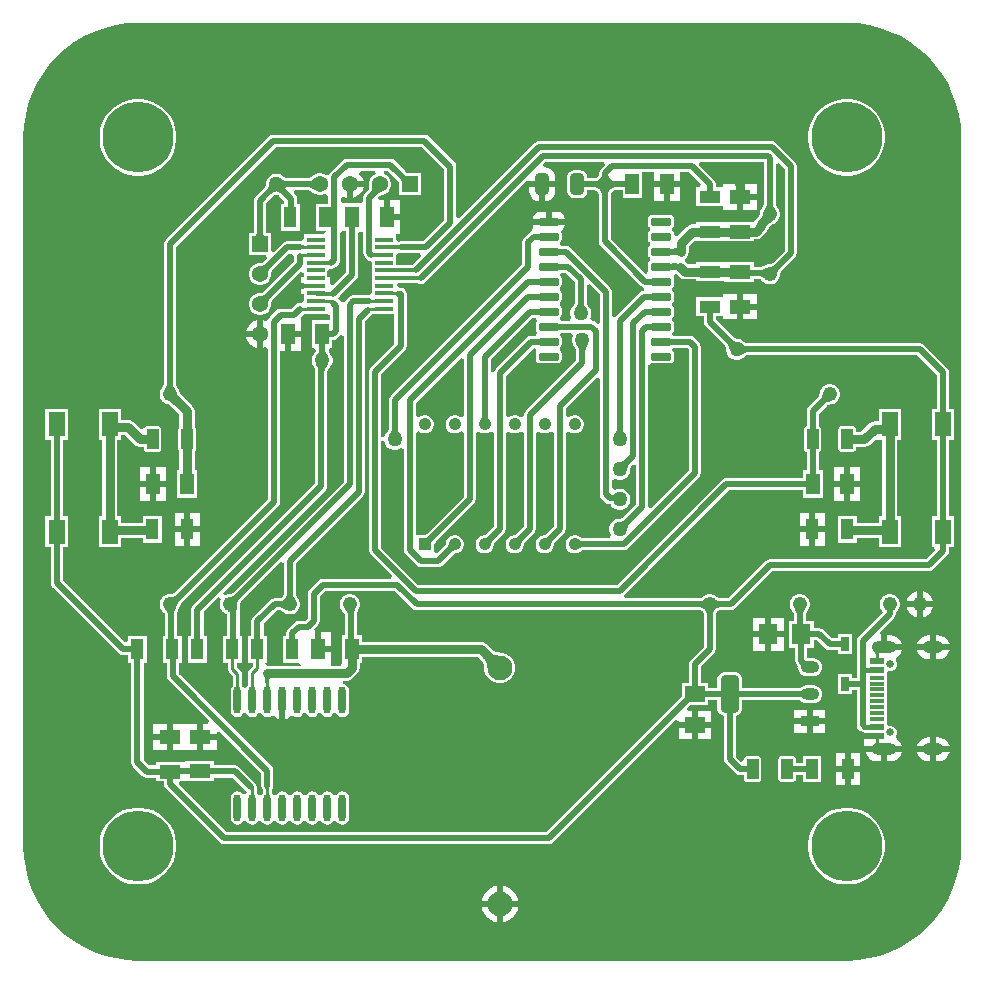
<source format=gtl>
G04*
G04 #@! TF.GenerationSoftware,Altium Limited,Altium Designer,25.3.3 (18)*
G04*
G04 Layer_Physical_Order=1*
G04 Layer_Color=255*
%FSLAX43Y43*%
%MOMM*%
G71*
G04*
G04 #@! TF.SameCoordinates,3DA135E0-A4FD-4886-9DC2-4B5DFDF801B2*
G04*
G04*
G04 #@! TF.FilePolarity,Positive*
G04*
G01*
G75*
G04:AMPARAMS|DCode=10|XSize=1.604mm|YSize=3.262mm|CornerRadius=0.473mm|HoleSize=0mm|Usage=FLASHONLY|Rotation=180.000|XOffset=0mm|YOffset=0mm|HoleType=Round|Shape=RoundedRectangle|*
%AMROUNDEDRECTD10*
21,1,1.604,2.316,0,0,180.0*
21,1,0.658,3.262,0,0,180.0*
1,1,0.947,-0.329,1.158*
1,1,0.947,0.329,1.158*
1,1,0.947,0.329,-1.158*
1,1,0.947,-0.329,-1.158*
%
%ADD10ROUNDEDRECTD10*%
G04:AMPARAMS|DCode=11|XSize=1.604mm|YSize=0.952mm|CornerRadius=0.476mm|HoleSize=0mm|Usage=FLASHONLY|Rotation=180.000|XOffset=0mm|YOffset=0mm|HoleType=Round|Shape=RoundedRectangle|*
%AMROUNDEDRECTD11*
21,1,1.604,0.000,0,0,180.0*
21,1,0.652,0.952,0,0,180.0*
1,1,0.952,-0.326,0.000*
1,1,0.952,0.326,0.000*
1,1,0.952,0.326,0.000*
1,1,0.952,-0.326,0.000*
%
%ADD11ROUNDEDRECTD11*%
%ADD12R,1.604X0.952*%
%ADD58O,0.600X2.300*%
G04:AMPARAMS|DCode=59|XSize=1.7mm|YSize=0.61mm|CornerRadius=0.076mm|HoleSize=0mm|Usage=FLASHONLY|Rotation=0.000|XOffset=0mm|YOffset=0mm|HoleType=Round|Shape=RoundedRectangle|*
%AMROUNDEDRECTD59*
21,1,1.700,0.458,0,0,0.0*
21,1,1.548,0.610,0,0,0.0*
1,1,0.153,0.774,-0.229*
1,1,0.153,-0.774,-0.229*
1,1,0.153,-0.774,0.229*
1,1,0.153,0.774,0.229*
%
%ADD59ROUNDEDRECTD59*%
%ADD60R,1.150X0.300*%
%ADD61R,1.150X0.600*%
%ADD62R,1.500X0.450*%
%ADD63R,1.160X1.820*%
%ADD64R,1.118X1.753*%
%ADD65R,1.200X1.820*%
G04:AMPARAMS|DCode=66|XSize=1.82mm|YSize=1.15mm|CornerRadius=0.311mm|HoleSize=0mm|Usage=FLASHONLY|Rotation=270.000|XOffset=0mm|YOffset=0mm|HoleType=Round|Shape=RoundedRectangle|*
%AMROUNDEDRECTD66*
21,1,1.820,0.529,0,0,270.0*
21,1,1.199,1.150,0,0,270.0*
1,1,0.621,-0.265,-0.600*
1,1,0.621,-0.265,0.600*
1,1,0.621,0.265,0.600*
1,1,0.621,0.265,-0.600*
%
%ADD66ROUNDEDRECTD66*%
%ADD67R,1.753X1.118*%
%ADD68R,1.820X1.160*%
G04:AMPARAMS|DCode=69|XSize=0.97mm|YSize=1.73mm|CornerRadius=0.073mm|HoleSize=0mm|Usage=FLASHONLY|Rotation=0.000|XOffset=0mm|YOffset=0mm|HoleType=Round|Shape=RoundedRectangle|*
%AMROUNDEDRECTD69*
21,1,0.970,1.585,0,0,0.0*
21,1,0.825,1.730,0,0,0.0*
1,1,0.146,0.412,-0.792*
1,1,0.146,-0.412,-0.792*
1,1,0.146,-0.412,0.792*
1,1,0.146,0.412,0.792*
%
%ADD69ROUNDEDRECTD69*%
%ADD70R,1.400X2.100*%
%ADD71R,1.820X1.200*%
%ADD72R,1.710X1.380*%
%ADD73R,1.010X1.730*%
%ADD74R,1.600X1.800*%
%ADD75R,0.730X1.210*%
%ADD76C,0.508*%
%ADD77C,0.254*%
%ADD78C,0.300*%
%ADD79C,0.342*%
%ADD80C,0.762*%
%ADD81C,0.381*%
%ADD82R,1.050X1.050*%
%ADD83C,1.050*%
%ADD84C,1.240*%
%ADD85C,0.650*%
%ADD86O,2.100X1.000*%
%ADD87O,1.800X1.000*%
%ADD88R,1.370X1.370*%
%ADD89C,1.370*%
%ADD90R,1.370X1.370*%
%ADD91C,2.100*%
%ADD92C,6.000*%
%ADD93C,1.270*%
G36*
X70950Y79648D02*
X71891Y79509D01*
X72814Y79278D01*
X73710Y78957D01*
X74570Y78550D01*
X75386Y78061D01*
X76150Y77494D01*
X76855Y76855D01*
X77494Y76150D01*
X78061Y75386D01*
X78550Y74570D01*
X78957Y73710D01*
X79278Y72814D01*
X79509Y71891D01*
X79648Y70950D01*
X79694Y70020D01*
X79690Y70000D01*
Y10000D01*
X79694Y9980D01*
X79648Y9050D01*
X79509Y8109D01*
X79278Y7186D01*
X78957Y6290D01*
X78550Y5430D01*
X78061Y4614D01*
X77494Y3850D01*
X76855Y3145D01*
X76150Y2506D01*
X75386Y1939D01*
X74570Y1450D01*
X73710Y1043D01*
X72814Y722D01*
X71891Y491D01*
X70950Y352D01*
X70020Y306D01*
X70000Y310D01*
X10000D01*
X9980Y306D01*
X9050Y352D01*
X8109Y491D01*
X7186Y722D01*
X6290Y1043D01*
X5430Y1450D01*
X4614Y1939D01*
X3850Y2506D01*
X3145Y3145D01*
X2506Y3850D01*
X1939Y4614D01*
X1450Y5430D01*
X1043Y6290D01*
X722Y7186D01*
X491Y8109D01*
X352Y9050D01*
X306Y9980D01*
X310Y10000D01*
Y70000D01*
X306Y70020D01*
X352Y70950D01*
X491Y71891D01*
X722Y72814D01*
X1043Y73710D01*
X1450Y74570D01*
X1939Y75386D01*
X2506Y76150D01*
X3145Y76855D01*
X3850Y77494D01*
X4614Y78061D01*
X5430Y78550D01*
X6290Y78957D01*
X7186Y79278D01*
X8109Y79509D01*
X9050Y79648D01*
X9980Y79694D01*
X10000Y79690D01*
X70000D01*
X70020Y79694D01*
X70950Y79648D01*
D02*
G37*
%LPC*%
G36*
X70256Y73254D02*
X69744D01*
X69238Y73174D01*
X68751Y73016D01*
X68295Y72783D01*
X67880Y72482D01*
X67518Y72120D01*
X67217Y71705D01*
X66984Y71249D01*
X66826Y70762D01*
X66746Y70256D01*
Y69744D01*
X66826Y69238D01*
X66984Y68751D01*
X67217Y68295D01*
X67518Y67880D01*
X67880Y67518D01*
X68295Y67217D01*
X68751Y66984D01*
X69238Y66826D01*
X69744Y66746D01*
X70256D01*
X70762Y66826D01*
X71249Y66984D01*
X71705Y67217D01*
X72120Y67518D01*
X72482Y67880D01*
X72783Y68295D01*
X73016Y68751D01*
X73174Y69238D01*
X73254Y69744D01*
Y70256D01*
X73174Y70762D01*
X73016Y71249D01*
X72783Y71705D01*
X72482Y72120D01*
X72120Y72482D01*
X71705Y72783D01*
X71249Y73016D01*
X70762Y73174D01*
X70256Y73254D01*
D02*
G37*
G36*
X10256D02*
X9744D01*
X9238Y73174D01*
X8751Y73016D01*
X8295Y72783D01*
X7880Y72482D01*
X7518Y72120D01*
X7217Y71705D01*
X6984Y71249D01*
X6826Y70762D01*
X6746Y70256D01*
Y69744D01*
X6826Y69238D01*
X6984Y68751D01*
X7217Y68295D01*
X7518Y67880D01*
X7880Y67518D01*
X8295Y67217D01*
X8751Y66984D01*
X9238Y66826D01*
X9744Y66746D01*
X10256D01*
X10762Y66826D01*
X11249Y66984D01*
X11705Y67217D01*
X12120Y67518D01*
X12482Y67880D01*
X12783Y68295D01*
X13016Y68751D01*
X13174Y69238D01*
X13254Y69744D01*
Y70256D01*
X13174Y70762D01*
X13016Y71249D01*
X12783Y71705D01*
X12482Y72120D01*
X12120Y72482D01*
X11705Y72783D01*
X11249Y73016D01*
X10762Y73174D01*
X10256Y73254D01*
D02*
G37*
G36*
X34239Y70241D02*
X21463D01*
X21265Y70202D01*
X21097Y70089D01*
X12334Y61326D01*
X12221Y61158D01*
X12182Y60960D01*
Y49112D01*
X12182Y49108D01*
X12176Y49069D01*
X12167Y49035D01*
X12157Y49003D01*
X12146Y48976D01*
X12133Y48951D01*
X12119Y48928D01*
X12103Y48907D01*
X12077Y48879D01*
X12066Y48862D01*
X12001Y48797D01*
X11886Y48597D01*
X11826Y48375D01*
Y48145D01*
X11886Y47923D01*
X12001Y47723D01*
X12163Y47561D01*
X12363Y47446D01*
X12585Y47386D01*
X12646D01*
X12740Y47304D01*
X13508Y46537D01*
Y45478D01*
X13507Y45478D01*
X13435Y45370D01*
X13410Y45242D01*
Y43658D01*
X13435Y43530D01*
X13507Y43422D01*
X13510Y43420D01*
Y41804D01*
X13306D01*
Y39476D01*
X15014D01*
Y41804D01*
X14805D01*
Y43425D01*
X14875Y43530D01*
X14900Y43658D01*
Y45242D01*
X14875Y45370D01*
X14803Y45478D01*
X14802Y45478D01*
Y46805D01*
X14753Y47053D01*
X14613Y47263D01*
X13618Y48258D01*
X13588Y48294D01*
X13574Y48312D01*
Y48375D01*
X13514Y48597D01*
X13399Y48797D01*
X13334Y48862D01*
X13323Y48879D01*
X13297Y48907D01*
X13281Y48928D01*
X13267Y48951D01*
X13254Y48976D01*
X13243Y49003D01*
X13233Y49035D01*
X13224Y49069D01*
X13218Y49108D01*
X13218Y49112D01*
Y60745D01*
X21678Y69205D01*
X34025D01*
X35931Y67299D01*
Y62967D01*
X34177Y61213D01*
X32250D01*
X32098Y61183D01*
X31929Y61272D01*
X31844Y61340D01*
Y61824D01*
X32096Y61828D01*
X32154D01*
Y62992D01*
X31066D01*
Y63246D01*
X30812D01*
Y64664D01*
X30429D01*
X30324Y64918D01*
X30358Y64952D01*
X30361Y64955D01*
X30400Y64985D01*
X30439Y65012D01*
X30480Y65036D01*
X30521Y65058D01*
X30563Y65077D01*
X30607Y65094D01*
X30652Y65109D01*
X30705Y65123D01*
X30727Y65134D01*
X30842Y65165D01*
X31057Y65289D01*
X31231Y65463D01*
X31355Y65678D01*
X31419Y65916D01*
Y66164D01*
X31355Y66402D01*
X31231Y66617D01*
X31057Y66791D01*
X30842Y66915D01*
X30827Y66919D01*
X30861Y67173D01*
X31154D01*
X31885Y66443D01*
X31970Y66351D01*
X32031Y66275D01*
X32077Y66209D01*
X32081Y66202D01*
Y65101D01*
X33959D01*
Y66979D01*
X32858D01*
X32851Y66983D01*
X32788Y67027D01*
X32641Y67152D01*
X31735Y68057D01*
X31567Y68170D01*
X31369Y68209D01*
X27686D01*
X27686Y68209D01*
X27488Y68170D01*
X27320Y68057D01*
X27320Y68057D01*
X26260Y66998D01*
X26208Y66919D01*
X26053Y66834D01*
X25891Y66841D01*
X25762Y66915D01*
X25524Y66979D01*
X25276D01*
X25038Y66915D01*
X24823Y66791D01*
X24751Y66719D01*
X24733Y66708D01*
X24695Y66672D01*
X24664Y66647D01*
X24632Y66625D01*
X24598Y66606D01*
X24564Y66591D01*
X24527Y66578D01*
X24488Y66567D01*
X24446Y66560D01*
X24431Y66558D01*
X22597D01*
X22590Y66559D01*
X22550Y66565D01*
X22514Y66574D01*
X22482Y66584D01*
X22453Y66597D01*
X22426Y66611D01*
X22401Y66627D01*
X22378Y66645D01*
X22347Y66674D01*
X22329Y66685D01*
X22263Y66751D01*
X22060Y66868D01*
X21834Y66929D01*
X21600D01*
X21374Y66868D01*
X21171Y66751D01*
X21006Y66586D01*
X20889Y66383D01*
X20828Y66157D01*
Y66063D01*
X20823Y66042D01*
X20822Y66001D01*
X20818Y65971D01*
X20812Y65943D01*
X20803Y65913D01*
X20791Y65884D01*
X20776Y65854D01*
X20757Y65822D01*
X20733Y65790D01*
X20729Y65784D01*
X19954Y65009D01*
X19841Y64841D01*
X19802Y64643D01*
Y62036D01*
X19799Y61999D01*
X19790Y61944D01*
X19779Y61905D01*
X19777Y61899D01*
X19381D01*
Y60021D01*
X20857D01*
X20954Y59786D01*
X20639Y59471D01*
X20627Y59462D01*
X20592Y59438D01*
X20557Y59417D01*
X20522Y59401D01*
X20486Y59387D01*
X20450Y59377D01*
X20411Y59370D01*
X20371Y59365D01*
X20319Y59364D01*
X20298Y59359D01*
X20196D01*
X19958Y59295D01*
X19743Y59171D01*
X19569Y58997D01*
X19445Y58782D01*
X19381Y58544D01*
Y58296D01*
X19445Y58058D01*
X19569Y57843D01*
X19743Y57669D01*
X19958Y57545D01*
X20196Y57481D01*
X20444D01*
X20682Y57545D01*
X20897Y57669D01*
X21071Y57843D01*
X21195Y58058D01*
X21259Y58296D01*
Y58398D01*
X21264Y58419D01*
X21265Y58471D01*
X21270Y58511D01*
X21277Y58550D01*
X21287Y58586D01*
X21301Y58622D01*
X21317Y58657D01*
X21338Y58692D01*
X21362Y58727D01*
X21371Y58739D01*
X22785Y60153D01*
X23057Y60146D01*
X23231Y59944D01*
Y59524D01*
X20639Y56931D01*
X20627Y56922D01*
X20592Y56898D01*
X20557Y56877D01*
X20522Y56861D01*
X20486Y56847D01*
X20450Y56837D01*
X20411Y56830D01*
X20371Y56825D01*
X20319Y56824D01*
X20298Y56819D01*
X20196D01*
X19958Y56755D01*
X19743Y56631D01*
X19569Y56457D01*
X19445Y56242D01*
X19381Y56004D01*
Y55756D01*
X19445Y55518D01*
X19569Y55303D01*
X19743Y55129D01*
X19958Y55005D01*
X20196Y54941D01*
X20444D01*
X20682Y55005D01*
X20897Y55129D01*
X21071Y55303D01*
X21195Y55518D01*
X21259Y55756D01*
Y55858D01*
X21264Y55879D01*
X21265Y55931D01*
X21270Y55971D01*
X21277Y56010D01*
X21287Y56046D01*
X21301Y56082D01*
X21317Y56117D01*
X21338Y56152D01*
X21362Y56187D01*
X21371Y56199D01*
X23801Y58629D01*
X24036Y58532D01*
Y58178D01*
X23782D01*
Y57699D01*
X24036D01*
Y57616D01*
X25040D01*
Y57274D01*
X24036D01*
Y57191D01*
X23782D01*
Y56712D01*
X24036D01*
Y56200D01*
X23782Y56010D01*
X23749Y56017D01*
X23551Y55978D01*
X23383Y55865D01*
X23015Y55498D01*
X22081D01*
X21883Y55458D01*
X21715Y55346D01*
X21147Y54778D01*
X21034Y54610D01*
X21032Y54600D01*
X20810Y54469D01*
X20746Y54461D01*
X20574Y54507D01*
Y53340D01*
Y52173D01*
X20741Y52218D01*
X20995Y52097D01*
Y39381D01*
X13027Y31413D01*
X13022Y31408D01*
X12993Y31388D01*
X12966Y31373D01*
X12941Y31361D01*
X12919Y31354D01*
X12898Y31349D01*
X12878Y31347D01*
X12857Y31347D01*
X12834Y31349D01*
X12815Y31354D01*
X12585D01*
X12363Y31294D01*
X12163Y31179D01*
X12001Y31017D01*
X11886Y30817D01*
X11826Y30595D01*
Y30365D01*
X11886Y30143D01*
X12001Y29943D01*
X12163Y29781D01*
X12185Y29768D01*
X12185Y29768D01*
X12212Y29747D01*
X12226Y29733D01*
X12238Y29718D01*
X12249Y29701D01*
X12259Y29681D01*
X12269Y29656D01*
X12277Y29627D01*
X12283Y29592D01*
X12284Y29585D01*
Y27800D01*
X12090D01*
Y25540D01*
X12436D01*
Y24384D01*
X12475Y24186D01*
X12588Y24018D01*
X16023Y20583D01*
X15926Y20348D01*
X15494D01*
Y19494D01*
X16658D01*
Y19616D01*
X16893Y19713D01*
X20437Y16168D01*
Y15113D01*
X20476Y14915D01*
X20546Y14811D01*
X20567Y14501D01*
Y14487D01*
X20556Y14479D01*
X20458Y14334D01*
X20320Y14313D01*
X20182Y14334D01*
X20084Y14479D01*
X20073Y14487D01*
Y14859D01*
X20062Y14916D01*
X20076Y14986D01*
X20037Y15184D01*
X19924Y15352D01*
X18590Y16686D01*
X18422Y16799D01*
X18224Y16838D01*
X16404D01*
Y17174D01*
X14104D01*
X14076Y17174D01*
X14076Y17174D01*
X13864Y17139D01*
Y17139D01*
X11536D01*
Y16823D01*
X10961D01*
X10475Y17309D01*
Y25540D01*
X10770D01*
Y27800D01*
X9144D01*
Y27381D01*
X8890Y27275D01*
X3638Y32528D01*
Y35316D01*
X4074D01*
Y37924D01*
X3638D01*
Y44416D01*
X4074D01*
Y47024D01*
X2166D01*
Y44416D01*
X2602D01*
Y37924D01*
X2166D01*
Y35316D01*
X2602D01*
Y32313D01*
X2642Y32115D01*
X2754Y31947D01*
X8397Y26304D01*
X8565Y26191D01*
X8763Y26152D01*
X9144D01*
Y25540D01*
X9439D01*
Y17094D01*
X9478Y16896D01*
X9591Y16728D01*
X10380Y15939D01*
X10548Y15826D01*
X10746Y15787D01*
X11536D01*
Y15471D01*
X12182D01*
Y15240D01*
X12221Y15042D01*
X12334Y14874D01*
X16906Y10302D01*
X17074Y10189D01*
X17272Y10150D01*
X44793D01*
X44991Y10189D01*
X45159Y10302D01*
X55552Y20695D01*
X55787Y20598D01*
Y20478D01*
X56896D01*
Y21422D01*
X56611D01*
X56514Y21657D01*
X56773Y21916D01*
X58259D01*
Y22342D01*
X59043D01*
Y21702D01*
X59068Y21512D01*
X59141Y21335D01*
X59257Y21184D01*
X59409Y21067D01*
X59586Y20994D01*
X59587Y20994D01*
Y17365D01*
X59626Y17167D01*
X59739Y16999D01*
X60594Y16144D01*
X60594Y16144D01*
X60762Y16031D01*
X60960Y15992D01*
X60960Y15992D01*
X61300D01*
Y15718D01*
X61325Y15590D01*
X61397Y15482D01*
X61505Y15410D01*
X61633Y15385D01*
X62457D01*
X62585Y15410D01*
X62693Y15482D01*
X62765Y15590D01*
X62790Y15718D01*
Y17302D01*
X62765Y17430D01*
X62693Y17538D01*
X62585Y17610D01*
X62457Y17635D01*
X61633D01*
X61505Y17610D01*
X61397Y17538D01*
X61325Y17430D01*
X61300Y17302D01*
Y17262D01*
X61046Y17157D01*
X60623Y17580D01*
Y20994D01*
X60624Y20994D01*
X60801Y21067D01*
X60953Y21184D01*
X61069Y21335D01*
X61142Y21512D01*
X61167Y21702D01*
Y22342D01*
X66046D01*
X66048Y22339D01*
X66201Y22222D01*
X66378Y22149D01*
X66569Y22124D01*
X67221D01*
X67412Y22149D01*
X67589Y22222D01*
X67742Y22339D01*
X67859Y22492D01*
X67932Y22669D01*
X67957Y22860D01*
X67932Y23051D01*
X67859Y23228D01*
X67742Y23381D01*
X67589Y23498D01*
X67412Y23571D01*
X67221Y23596D01*
X66569D01*
X66378Y23571D01*
X66201Y23498D01*
X66048Y23381D01*
X66046Y23378D01*
X61167D01*
Y24018D01*
X61142Y24208D01*
X61069Y24385D01*
X60953Y24536D01*
X60801Y24653D01*
X60624Y24726D01*
X60434Y24751D01*
X59776D01*
X59586Y24726D01*
X59409Y24653D01*
X59257Y24536D01*
X59141Y24385D01*
X59068Y24208D01*
X59043Y24018D01*
Y23378D01*
X58259D01*
Y23804D01*
X57668D01*
Y25185D01*
X58786Y26304D01*
X58899Y26472D01*
X58938Y26670D01*
Y29628D01*
X58938Y29632D01*
X58944Y29671D01*
X58953Y29705D01*
X58963Y29737D01*
X58974Y29764D01*
X58987Y29789D01*
X59001Y29812D01*
X59017Y29833D01*
X59041Y29859D01*
X59067Y29883D01*
X59088Y29899D01*
X59111Y29913D01*
X59136Y29926D01*
X59163Y29937D01*
X59195Y29947D01*
X59229Y29956D01*
X59268Y29962D01*
X59272Y29962D01*
X60198D01*
X60396Y30001D01*
X60564Y30114D01*
X63715Y33264D01*
X76962D01*
X77160Y33303D01*
X77328Y33416D01*
X78526Y34614D01*
X78638Y34782D01*
X78678Y34980D01*
X78678Y34980D01*
Y35316D01*
X79114D01*
Y37924D01*
X78678D01*
Y44416D01*
X79114D01*
Y47024D01*
X78678D01*
Y50110D01*
X78638Y50308D01*
X78526Y50476D01*
X76566Y52436D01*
X76398Y52549D01*
X76200Y52588D01*
X61586D01*
X61579Y52589D01*
X61539Y52595D01*
X61503Y52604D01*
X61471Y52614D01*
X61442Y52627D01*
X61415Y52641D01*
X61390Y52657D01*
X61367Y52675D01*
X61336Y52704D01*
X61318Y52715D01*
X61252Y52781D01*
X61049Y52898D01*
X60823Y52959D01*
X60729D01*
X60708Y52964D01*
X60667Y52965D01*
X60637Y52969D01*
X60609Y52975D01*
X60579Y52984D01*
X60550Y52996D01*
X60520Y53011D01*
X60488Y53030D01*
X60456Y53054D01*
X60450Y53058D01*
X58938Y54571D01*
Y54864D01*
X59542D01*
Y54587D01*
X60706D01*
Y55675D01*
Y56763D01*
X59542D01*
Y56490D01*
X57290D01*
Y54864D01*
X57902D01*
Y54356D01*
X57941Y54158D01*
X58054Y53990D01*
X59718Y52326D01*
X59722Y52320D01*
X59746Y52288D01*
X59765Y52256D01*
X59780Y52226D01*
X59792Y52197D01*
X59801Y52167D01*
X59807Y52139D01*
X59811Y52109D01*
X59812Y52068D01*
X59817Y52047D01*
Y51953D01*
X59878Y51727D01*
X59995Y51524D01*
X60160Y51359D01*
X60363Y51242D01*
X60589Y51181D01*
X60823D01*
X61049Y51242D01*
X61252Y51359D01*
X61318Y51425D01*
X61336Y51436D01*
X61367Y51465D01*
X61390Y51483D01*
X61415Y51499D01*
X61442Y51513D01*
X61471Y51526D01*
X61503Y51536D01*
X61539Y51545D01*
X61579Y51551D01*
X61586Y51552D01*
X75985D01*
X77642Y49895D01*
Y47024D01*
X77206D01*
Y44416D01*
X77642D01*
Y37924D01*
X77206D01*
Y35316D01*
X77404D01*
X77509Y35062D01*
X76747Y34300D01*
X63500D01*
X63500Y34300D01*
X63302Y34261D01*
X63134Y34148D01*
X59983Y30998D01*
X59272D01*
X59268Y30998D01*
X59229Y31004D01*
X59195Y31013D01*
X59163Y31023D01*
X59136Y31034D01*
X59111Y31047D01*
X59088Y31061D01*
X59067Y31077D01*
X59039Y31103D01*
X59022Y31114D01*
X58957Y31179D01*
X58757Y31294D01*
X58535Y31354D01*
X58305D01*
X58083Y31294D01*
X57883Y31179D01*
X57818Y31114D01*
X57801Y31103D01*
X57773Y31077D01*
X57752Y31061D01*
X57729Y31047D01*
X57704Y31034D01*
X57677Y31023D01*
X57645Y31013D01*
X57611Y31004D01*
X57572Y30998D01*
X57568Y30998D01*
X51236D01*
X51159Y31252D01*
X51166Y31257D01*
X60034Y40125D01*
X66266D01*
Y39476D01*
X67974D01*
Y41804D01*
X67640D01*
Y43345D01*
X67665Y43350D01*
X67773Y43422D01*
X67845Y43530D01*
X67870Y43658D01*
Y45242D01*
X67845Y45370D01*
X67773Y45478D01*
X67665Y45550D01*
X67643Y45554D01*
Y46590D01*
X68344Y47291D01*
X68347Y47294D01*
X68379Y47317D01*
X68409Y47336D01*
X68438Y47351D01*
X68466Y47362D01*
X68492Y47371D01*
X68519Y47377D01*
X68545Y47380D01*
X68583Y47381D01*
X68603Y47386D01*
X68695D01*
X68917Y47446D01*
X69117Y47561D01*
X69279Y47723D01*
X69394Y47923D01*
X69454Y48145D01*
Y48375D01*
X69394Y48597D01*
X69279Y48797D01*
X69117Y48959D01*
X68917Y49074D01*
X68695Y49134D01*
X68465D01*
X68243Y49074D01*
X68043Y48959D01*
X67881Y48797D01*
X67766Y48597D01*
X67706Y48375D01*
Y48283D01*
X67701Y48263D01*
X67700Y48225D01*
X67697Y48199D01*
X67691Y48172D01*
X67682Y48146D01*
X67671Y48118D01*
X67656Y48089D01*
X67637Y48059D01*
X67614Y48027D01*
X67611Y48024D01*
X66759Y47171D01*
X66646Y47003D01*
X66607Y46805D01*
Y45554D01*
X66585Y45550D01*
X66477Y45478D01*
X66405Y45370D01*
X66380Y45242D01*
Y43658D01*
X66405Y43530D01*
X66477Y43422D01*
X66585Y43350D01*
X66605Y43346D01*
Y41804D01*
X66266D01*
Y41160D01*
X59819D01*
X59621Y41121D01*
X59453Y41009D01*
X50585Y32141D01*
X33743D01*
X30617Y35267D01*
Y44262D01*
X30871Y44296D01*
X30922Y44107D01*
X31039Y43904D01*
X31204Y43739D01*
X31407Y43622D01*
X31633Y43561D01*
X31867D01*
X32093Y43622D01*
X32248Y43711D01*
X32409Y43654D01*
X32502Y43586D01*
Y35062D01*
X32541Y34863D01*
X32654Y34695D01*
X33596Y33753D01*
X33764Y33641D01*
X33962Y33601D01*
X35389D01*
X35588Y33641D01*
X35756Y33753D01*
X36717Y34715D01*
X36735Y34729D01*
X36760Y34746D01*
X36780Y34759D01*
X36798Y34767D01*
X36810Y34772D01*
X36818Y34775D01*
X36822Y34776D01*
X36839Y34776D01*
X36857Y34781D01*
X36933D01*
X37131Y34834D01*
X37308Y34937D01*
X37453Y35082D01*
X37556Y35259D01*
X37609Y35457D01*
Y35663D01*
X37556Y35861D01*
X37453Y36038D01*
X37308Y36183D01*
X37131Y36286D01*
X36933Y36339D01*
X36727D01*
X36529Y36286D01*
X36352Y36183D01*
X36207Y36038D01*
X36104Y35861D01*
X36051Y35663D01*
Y35587D01*
X36046Y35569D01*
X36046Y35552D01*
X36045Y35548D01*
X36042Y35540D01*
X36037Y35528D01*
X36029Y35511D01*
X36016Y35490D01*
X36001Y35468D01*
X35978Y35440D01*
X35323Y34785D01*
X35069Y34891D01*
Y35562D01*
X35073Y35569D01*
X35117Y35632D01*
X35242Y35779D01*
X38466Y39004D01*
X38579Y39172D01*
X38618Y39370D01*
Y45011D01*
X38872Y45116D01*
X38892Y45097D01*
X39069Y44994D01*
X39267Y44941D01*
X39473D01*
X39671Y44994D01*
X39848Y45097D01*
X39868Y45116D01*
X40122Y45011D01*
Y37045D01*
X39483Y36405D01*
X39465Y36391D01*
X39440Y36374D01*
X39419Y36361D01*
X39402Y36353D01*
X39390Y36347D01*
X39382Y36345D01*
X39378Y36344D01*
X39361Y36344D01*
X39343Y36339D01*
X39267D01*
X39069Y36286D01*
X38892Y36183D01*
X38747Y36038D01*
X38644Y35861D01*
X38591Y35663D01*
Y35457D01*
X38644Y35259D01*
X38747Y35082D01*
X38892Y34937D01*
X39069Y34834D01*
X39267Y34781D01*
X39473D01*
X39671Y34834D01*
X39848Y34937D01*
X39993Y35082D01*
X40096Y35259D01*
X40149Y35457D01*
Y35533D01*
X40154Y35551D01*
X40154Y35568D01*
X40155Y35572D01*
X40158Y35580D01*
X40163Y35592D01*
X40171Y35610D01*
X40184Y35630D01*
X40199Y35652D01*
X40222Y35680D01*
X41006Y36464D01*
X41119Y36632D01*
X41158Y36830D01*
Y45011D01*
X41412Y45116D01*
X41432Y45097D01*
X41609Y44994D01*
X41807Y44941D01*
X42013D01*
X42211Y44994D01*
X42388Y45097D01*
X42408Y45116D01*
X42662Y45011D01*
Y37045D01*
X42023Y36405D01*
X42005Y36391D01*
X41980Y36374D01*
X41959Y36361D01*
X41942Y36353D01*
X41930Y36347D01*
X41922Y36345D01*
X41918Y36344D01*
X41901Y36344D01*
X41883Y36339D01*
X41807D01*
X41609Y36286D01*
X41432Y36183D01*
X41287Y36038D01*
X41184Y35861D01*
X41131Y35663D01*
Y35457D01*
X41184Y35259D01*
X41287Y35082D01*
X41432Y34937D01*
X41609Y34834D01*
X41807Y34781D01*
X42013D01*
X42211Y34834D01*
X42388Y34937D01*
X42533Y35082D01*
X42636Y35259D01*
X42689Y35457D01*
Y35533D01*
X42694Y35551D01*
X42694Y35568D01*
X42695Y35572D01*
X42697Y35580D01*
X42703Y35592D01*
X42711Y35610D01*
X42724Y35630D01*
X42739Y35652D01*
X42762Y35680D01*
X43546Y36464D01*
X43659Y36632D01*
X43698Y36830D01*
Y45011D01*
X43952Y45116D01*
X43972Y45097D01*
X44149Y44994D01*
X44347Y44941D01*
X44553D01*
X44751Y44994D01*
X44928Y45097D01*
X44948Y45116D01*
X45202Y45011D01*
Y37045D01*
X44563Y36405D01*
X44545Y36391D01*
X44520Y36374D01*
X44500Y36361D01*
X44482Y36353D01*
X44470Y36347D01*
X44462Y36345D01*
X44458Y36344D01*
X44441Y36344D01*
X44423Y36339D01*
X44347D01*
X44149Y36286D01*
X43972Y36183D01*
X43827Y36038D01*
X43724Y35861D01*
X43671Y35663D01*
Y35457D01*
X43724Y35259D01*
X43827Y35082D01*
X43972Y34937D01*
X44149Y34834D01*
X44347Y34781D01*
X44553D01*
X44751Y34834D01*
X44928Y34937D01*
X45073Y35082D01*
X45176Y35259D01*
X45229Y35457D01*
Y35533D01*
X45234Y35551D01*
X45234Y35568D01*
X45235Y35572D01*
X45237Y35580D01*
X45243Y35592D01*
X45251Y35610D01*
X45264Y35630D01*
X45279Y35652D01*
X45302Y35680D01*
X46086Y36464D01*
X46199Y36632D01*
X46238Y36830D01*
Y45011D01*
X46492Y45116D01*
X46512Y45097D01*
X46689Y44994D01*
X46887Y44941D01*
X47093D01*
X47291Y44994D01*
X47468Y45097D01*
X47613Y45242D01*
X47716Y45419D01*
X47769Y45617D01*
Y45823D01*
X47716Y46021D01*
X47613Y46198D01*
X47468Y46343D01*
X47291Y46446D01*
X47093Y46499D01*
X46887D01*
X46689Y46446D01*
X46512Y46343D01*
X46492Y46324D01*
X46238Y46429D01*
Y47029D01*
X48887Y49679D01*
X49122Y49582D01*
Y39765D01*
X49161Y39567D01*
X49274Y39399D01*
X49571Y39101D01*
X49571Y39101D01*
X49739Y38989D01*
X49938Y38949D01*
X50016D01*
X50089Y38824D01*
X50254Y38659D01*
X50457Y38542D01*
X50683Y38481D01*
X50917D01*
X51143Y38542D01*
X51346Y38659D01*
X51511Y38824D01*
X51628Y39027D01*
X51689Y39253D01*
Y39487D01*
X51628Y39713D01*
X51511Y39916D01*
X51346Y40081D01*
X51143Y40198D01*
X50917Y40259D01*
X50683D01*
X50457Y40198D01*
X50412Y40172D01*
X50158Y40319D01*
Y40961D01*
X50412Y41108D01*
X50457Y41082D01*
X50683Y41021D01*
X50917D01*
X51143Y41082D01*
X51346Y41199D01*
X51511Y41364D01*
X51628Y41567D01*
X51689Y41793D01*
Y41887D01*
X51694Y41908D01*
X51695Y41949D01*
X51699Y41979D01*
X51705Y42007D01*
X51714Y42037D01*
X51726Y42066D01*
X51741Y42096D01*
X51760Y42128D01*
X51784Y42160D01*
X51788Y42166D01*
X51952Y42330D01*
X52187Y42233D01*
Y38950D01*
X51056Y37818D01*
X51050Y37814D01*
X51018Y37790D01*
X50986Y37771D01*
X50956Y37756D01*
X50927Y37744D01*
X50897Y37735D01*
X50869Y37729D01*
X50839Y37725D01*
X50798Y37724D01*
X50777Y37719D01*
X50683D01*
X50457Y37658D01*
X50254Y37541D01*
X50089Y37376D01*
X49972Y37173D01*
X49911Y36947D01*
Y36713D01*
X49972Y36487D01*
X50061Y36332D01*
X50004Y36171D01*
X49936Y36078D01*
X47667D01*
X47645Y36081D01*
X47615Y36086D01*
X47592Y36092D01*
X47573Y36098D01*
X47561Y36103D01*
X47553Y36107D01*
X47550Y36109D01*
X47538Y36120D01*
X47522Y36130D01*
X47468Y36183D01*
X47291Y36286D01*
X47093Y36339D01*
X46887D01*
X46689Y36286D01*
X46512Y36183D01*
X46367Y36038D01*
X46264Y35861D01*
X46211Y35663D01*
Y35457D01*
X46264Y35259D01*
X46367Y35082D01*
X46512Y34937D01*
X46689Y34834D01*
X46887Y34781D01*
X47093D01*
X47291Y34834D01*
X47468Y34937D01*
X47522Y34990D01*
X47538Y35000D01*
X47550Y35011D01*
X47553Y35013D01*
X47561Y35017D01*
X47573Y35022D01*
X47592Y35028D01*
X47615Y35034D01*
X47641Y35039D01*
X47677Y35042D01*
X51146D01*
X51345Y35081D01*
X51513Y35194D01*
X57516Y41197D01*
X57629Y41365D01*
X57668Y41564D01*
Y52280D01*
X57629Y52479D01*
X57516Y52647D01*
X57092Y53071D01*
X56924Y53184D01*
X56725Y53223D01*
X55329D01*
X55258Y53468D01*
X55261Y53481D01*
X55302Y53508D01*
X55375Y53617D01*
X55400Y53746D01*
Y54204D01*
X55375Y54333D01*
X55302Y54442D01*
X55261Y54469D01*
X55249Y54511D01*
Y54709D01*
X55261Y54751D01*
X55302Y54778D01*
X55375Y54887D01*
X55400Y55016D01*
Y55474D01*
X55375Y55603D01*
X55302Y55712D01*
X55261Y55739D01*
X55249Y55781D01*
Y55979D01*
X55261Y56021D01*
X55302Y56048D01*
X55375Y56157D01*
X55400Y56286D01*
Y56744D01*
X55375Y56873D01*
X55302Y56982D01*
X55261Y57009D01*
X55249Y57051D01*
Y57249D01*
X55261Y57291D01*
X55302Y57318D01*
X55375Y57427D01*
X55400Y57556D01*
Y58014D01*
X55375Y58143D01*
X55368Y58152D01*
X55456Y58421D01*
X55465Y58431D01*
X55568Y58451D01*
X55854Y58165D01*
X56064Y58025D01*
X56312Y57976D01*
X57290D01*
Y57810D01*
X59550D01*
Y57810D01*
X59796Y57791D01*
Y57791D01*
X59796Y57791D01*
X62124D01*
Y58005D01*
X62605D01*
X62612Y58004D01*
X62647Y57997D01*
X62676Y57989D01*
X62700Y57980D01*
X62721Y57970D01*
X62738Y57959D01*
X62753Y57947D01*
X62766Y57933D01*
X62788Y57906D01*
X62788Y57905D01*
X62801Y57883D01*
X62963Y57721D01*
X63163Y57606D01*
X63385Y57546D01*
X63615D01*
X63837Y57606D01*
X64037Y57721D01*
X64199Y57883D01*
X64314Y58083D01*
X64374Y58305D01*
Y58397D01*
X64379Y58417D01*
X64380Y58455D01*
X64383Y58481D01*
X64389Y58508D01*
X64398Y58534D01*
X64409Y58562D01*
X64424Y58591D01*
X64443Y58621D01*
X64466Y58653D01*
X64469Y58656D01*
X65638Y59826D01*
X65750Y59994D01*
X65790Y60192D01*
Y67570D01*
X65790Y67570D01*
X65750Y67768D01*
X65638Y67936D01*
X65638Y67936D01*
X64019Y69556D01*
X63851Y69668D01*
X63652Y69708D01*
X43964D01*
X43766Y69668D01*
X43597Y69556D01*
X37202Y63160D01*
X36967Y63257D01*
Y67513D01*
X36928Y67711D01*
X36815Y67879D01*
X34605Y70089D01*
X34437Y70202D01*
X34239Y70241D01*
D02*
G37*
G36*
X32154Y64664D02*
X31320D01*
Y63500D01*
X32154D01*
Y64664D01*
D02*
G37*
G36*
X62378Y56763D02*
X61214D01*
Y55929D01*
X62378D01*
Y56763D01*
D02*
G37*
G36*
Y55421D02*
X61214D01*
Y54587D01*
X62378D01*
Y55421D01*
D02*
G37*
G36*
X20066Y54507D02*
X19860Y54452D01*
X19587Y54295D01*
X19365Y54073D01*
X19208Y53800D01*
X19153Y53594D01*
X20066D01*
Y54507D01*
D02*
G37*
G36*
Y53086D02*
X19153D01*
X19208Y52880D01*
X19365Y52607D01*
X19587Y52385D01*
X19860Y52228D01*
X20066Y52173D01*
Y53086D01*
D02*
G37*
G36*
X74614Y47024D02*
X72706D01*
Y45986D01*
X72390D01*
X72142Y45937D01*
X71932Y45797D01*
X71233Y45097D01*
X70780D01*
Y45242D01*
X70755Y45370D01*
X70683Y45478D01*
X70575Y45550D01*
X70447Y45575D01*
X69623D01*
X69495Y45550D01*
X69387Y45478D01*
X69315Y45370D01*
X69290Y45242D01*
Y43658D01*
X69315Y43530D01*
X69387Y43422D01*
X69495Y43350D01*
X69623Y43325D01*
X70447D01*
X70575Y43350D01*
X70683Y43422D01*
X70755Y43530D01*
X70780Y43658D01*
Y43803D01*
X71501D01*
X71749Y43852D01*
X71959Y43992D01*
X72452Y44485D01*
X72706Y44416D01*
Y44416D01*
X73013D01*
Y37924D01*
X72706D01*
Y37372D01*
X70866D01*
Y37960D01*
X69240D01*
Y35700D01*
X70866D01*
Y36078D01*
X72706D01*
Y35316D01*
X74614D01*
Y37924D01*
X74307D01*
Y44416D01*
X74614D01*
Y47024D01*
D02*
G37*
G36*
X8574D02*
X6666D01*
Y44416D01*
X6973D01*
Y37924D01*
X6666D01*
Y35316D01*
X8574D01*
Y36078D01*
X10414D01*
Y35700D01*
X12040D01*
Y37960D01*
X10414D01*
Y37372D01*
X8574D01*
Y37924D01*
X8267D01*
Y44416D01*
X8574D01*
Y44819D01*
X8876D01*
X9702Y43992D01*
X9912Y43852D01*
X10160Y43803D01*
X10500D01*
Y43658D01*
X10525Y43530D01*
X10597Y43422D01*
X10705Y43350D01*
X10833Y43325D01*
X11657D01*
X11785Y43350D01*
X11893Y43422D01*
X11965Y43530D01*
X11990Y43658D01*
Y45242D01*
X11965Y45370D01*
X11893Y45478D01*
X11785Y45550D01*
X11657Y45575D01*
X10833D01*
X10705Y45550D01*
X10597Y45478D01*
X10525Y45370D01*
X10523Y45362D01*
X10255Y45271D01*
X9602Y45924D01*
X9392Y46064D01*
X9144Y46113D01*
X8574D01*
Y47024D01*
D02*
G37*
G36*
X12348Y42058D02*
X11494D01*
Y40894D01*
X12348D01*
Y42058D01*
D02*
G37*
G36*
X71148D02*
X70294D01*
Y40894D01*
X71148D01*
Y42058D01*
D02*
G37*
G36*
X69786D02*
X68932D01*
Y40894D01*
X69786D01*
Y42058D01*
D02*
G37*
G36*
X10986D02*
X10132D01*
Y40894D01*
X10986D01*
Y42058D01*
D02*
G37*
G36*
X71148Y40386D02*
X70294D01*
Y39222D01*
X71148D01*
Y40386D01*
D02*
G37*
G36*
X69786D02*
X68932D01*
Y39222D01*
X69786D01*
Y40386D01*
D02*
G37*
G36*
X12348D02*
X11494D01*
Y39222D01*
X12348D01*
Y40386D01*
D02*
G37*
G36*
X10986D02*
X10132D01*
Y39222D01*
X10986D01*
Y40386D01*
D02*
G37*
G36*
X68174Y38214D02*
X67361D01*
Y37084D01*
X68174D01*
Y38214D01*
D02*
G37*
G36*
X15240D02*
X14427D01*
Y37084D01*
X15240D01*
Y38214D01*
D02*
G37*
G36*
X13919D02*
X13106D01*
Y37084D01*
X13919D01*
Y38214D01*
D02*
G37*
G36*
X66853D02*
X66040D01*
Y37084D01*
X66853D01*
Y38214D01*
D02*
G37*
G36*
X68174Y36576D02*
X67361D01*
Y35446D01*
X68174D01*
Y36576D01*
D02*
G37*
G36*
X66853D02*
X66040D01*
Y35446D01*
X66853D01*
Y36576D01*
D02*
G37*
G36*
X15240D02*
X14427D01*
Y35446D01*
X15240D01*
Y36576D01*
D02*
G37*
G36*
X13919D02*
X13106D01*
Y35446D01*
X13919D01*
Y36576D01*
D02*
G37*
G36*
X76454Y31580D02*
Y30734D01*
X77300D01*
X77251Y30915D01*
X77103Y31173D01*
X76893Y31383D01*
X76635Y31531D01*
X76454Y31580D01*
D02*
G37*
G36*
X75946D02*
X75765Y31531D01*
X75507Y31383D01*
X75297Y31173D01*
X75149Y30915D01*
X75100Y30734D01*
X75946D01*
Y31580D01*
D02*
G37*
G36*
X77300Y30226D02*
X76454D01*
Y29380D01*
X76635Y29429D01*
X76893Y29577D01*
X77103Y29787D01*
X77251Y30045D01*
X77300Y30226D01*
D02*
G37*
G36*
X75946D02*
X75100D01*
X75149Y30045D01*
X75297Y29787D01*
X75507Y29577D01*
X75765Y29429D01*
X75946Y29380D01*
Y30226D01*
D02*
G37*
G36*
X64678Y29348D02*
X63624D01*
Y28194D01*
X64678D01*
Y29348D01*
D02*
G37*
G36*
X63116D02*
X62062D01*
Y28194D01*
X63116D01*
Y29348D01*
D02*
G37*
G36*
X77740Y27847D02*
X77594D01*
Y27084D01*
X78723D01*
X78722Y27093D01*
X78620Y27338D01*
X78459Y27549D01*
X78248Y27710D01*
X78003Y27812D01*
X77740Y27847D01*
D02*
G37*
G36*
X73710D02*
X73414D01*
Y27084D01*
X74693D01*
X74692Y27093D01*
X74591Y27338D01*
X74429Y27549D01*
X74218Y27710D01*
X73973Y27812D01*
X73710Y27847D01*
D02*
G37*
G36*
X77086D02*
X76940D01*
X76677Y27812D01*
X76432Y27710D01*
X76221Y27549D01*
X76060Y27338D01*
X75958Y27093D01*
X75957Y27084D01*
X77086D01*
Y27847D01*
D02*
G37*
G36*
X64678Y27686D02*
X63624D01*
Y26532D01*
X64678D01*
Y27686D01*
D02*
G37*
G36*
X63116D02*
X62062D01*
Y26532D01*
X63116D01*
Y27686D01*
D02*
G37*
G36*
X66155Y31354D02*
X65925D01*
X65703Y31294D01*
X65503Y31179D01*
X65341Y31017D01*
X65226Y30817D01*
X65166Y30595D01*
Y30365D01*
X65226Y30143D01*
X65341Y29943D01*
X65406Y29878D01*
X65417Y29861D01*
X65443Y29833D01*
X65459Y29812D01*
X65473Y29789D01*
X65486Y29764D01*
X65497Y29737D01*
X65507Y29705D01*
X65516Y29671D01*
X65522Y29632D01*
X65522Y29628D01*
Y29094D01*
X65116D01*
Y26786D01*
X65652D01*
Y25669D01*
X65691Y25471D01*
X65804Y25303D01*
X65847Y25260D01*
X65833Y25150D01*
X65858Y24959D01*
X65931Y24782D01*
X66048Y24629D01*
X66201Y24512D01*
X66378Y24439D01*
X66569Y24414D01*
X67221D01*
X67412Y24439D01*
X67589Y24512D01*
X67742Y24629D01*
X67859Y24782D01*
X67932Y24959D01*
X67957Y25150D01*
X67932Y25341D01*
X67859Y25518D01*
X67742Y25671D01*
X67589Y25788D01*
X67412Y25861D01*
X67221Y25886D01*
X66688D01*
Y26786D01*
X67224D01*
Y27422D01*
X67480D01*
X68188Y26714D01*
X68188Y26714D01*
X68356Y26601D01*
X68555Y26562D01*
X69231D01*
Y26221D01*
X70469D01*
Y27939D01*
X69231D01*
Y27598D01*
X68769D01*
X68061Y28306D01*
X67893Y28419D01*
X67695Y28458D01*
X67224D01*
Y29094D01*
X66558D01*
Y29628D01*
X66558Y29632D01*
X66564Y29671D01*
X66573Y29705D01*
X66583Y29737D01*
X66594Y29764D01*
X66607Y29789D01*
X66621Y29812D01*
X66637Y29833D01*
X66663Y29861D01*
X66674Y29878D01*
X66739Y29943D01*
X66854Y30143D01*
X66914Y30365D01*
Y30595D01*
X66854Y30817D01*
X66739Y31017D01*
X66577Y31179D01*
X66377Y31294D01*
X66155Y31354D01*
D02*
G37*
G36*
X78723Y26576D02*
X77594D01*
Y25813D01*
X77740D01*
X78003Y25848D01*
X78248Y25949D01*
X78459Y26111D01*
X78620Y26322D01*
X78722Y26567D01*
X78723Y26576D01*
D02*
G37*
G36*
X77086D02*
X75957D01*
X75958Y26567D01*
X76060Y26322D01*
X76221Y26111D01*
X76432Y25949D01*
X76677Y25848D01*
X76940Y25813D01*
X77086D01*
Y26576D01*
D02*
G37*
G36*
X73775Y31354D02*
X73545D01*
X73323Y31294D01*
X73123Y31179D01*
X72961Y31017D01*
X72846Y30817D01*
X72786Y30595D01*
Y30365D01*
X72846Y30143D01*
X72961Y29943D01*
X73082Y29822D01*
X71008Y27747D01*
X70895Y27579D01*
X70856Y27381D01*
Y24238D01*
X70469D01*
Y24579D01*
X69231D01*
Y22861D01*
X70469D01*
Y23202D01*
X70856D01*
Y20218D01*
X70895Y20020D01*
X71008Y19852D01*
X71176Y19740D01*
X71262Y19723D01*
X71309Y19691D01*
X71482Y19657D01*
X71502D01*
Y19564D01*
X71756D01*
Y19556D01*
X72585D01*
Y19056D01*
X71502D01*
Y18502D01*
X71502D01*
X71525Y18444D01*
X73160D01*
X74693D01*
X74692Y18453D01*
X74591Y18698D01*
X74429Y18909D01*
X74258Y19040D01*
X74151Y19292D01*
X74239Y19505D01*
Y19735D01*
X74151Y19948D01*
X73988Y20111D01*
X73775Y20199D01*
X73545D01*
X73414Y20420D01*
Y20856D01*
Y21856D01*
Y22856D01*
Y23856D01*
Y24734D01*
X73545Y24821D01*
X73775D01*
X73988Y24909D01*
X74151Y25072D01*
X74239Y25285D01*
Y25515D01*
X74151Y25728D01*
X74258Y25980D01*
X74429Y26111D01*
X74591Y26322D01*
X74692Y26567D01*
X74693Y26576D01*
X73160D01*
Y26830D01*
X72906D01*
Y27907D01*
X72826Y28101D01*
X74026Y29301D01*
X74139Y29469D01*
X74178Y29667D01*
Y29770D01*
X74197Y29781D01*
X74359Y29943D01*
X74474Y30143D01*
X74534Y30365D01*
Y30595D01*
X74474Y30817D01*
X74359Y31017D01*
X74197Y31179D01*
X73997Y31294D01*
X73775Y31354D01*
D02*
G37*
G36*
X68205Y21554D02*
X67149D01*
Y20824D01*
X68205D01*
Y21554D01*
D02*
G37*
G36*
X66641D02*
X65585D01*
Y20824D01*
X66641D01*
Y21554D01*
D02*
G37*
G36*
X58513Y21422D02*
X57404D01*
Y20478D01*
X58513D01*
Y21422D01*
D02*
G37*
G36*
X68205Y20316D02*
X67149D01*
Y19586D01*
X68205D01*
Y20316D01*
D02*
G37*
G36*
X66641D02*
X65585D01*
Y19586D01*
X66641D01*
Y20316D01*
D02*
G37*
G36*
X12446Y20343D02*
X11282D01*
Y19509D01*
X12446D01*
Y20343D01*
D02*
G37*
G36*
X58513Y19970D02*
X57404D01*
Y19026D01*
X58513D01*
Y19970D01*
D02*
G37*
G36*
X56896D02*
X55787D01*
Y19026D01*
X56896D01*
Y19970D01*
D02*
G37*
G36*
X77740Y19207D02*
X77594D01*
Y18444D01*
X78723D01*
X78722Y18453D01*
X78620Y18698D01*
X78459Y18909D01*
X78248Y19070D01*
X78003Y19172D01*
X77740Y19207D01*
D02*
G37*
G36*
X77086D02*
X76940D01*
X76677Y19172D01*
X76432Y19070D01*
X76221Y18909D01*
X76060Y18698D01*
X75958Y18453D01*
X75957Y18444D01*
X77086D01*
Y19207D01*
D02*
G37*
G36*
X12446Y19001D02*
X11282D01*
Y18167D01*
X12446D01*
Y19001D01*
D02*
G37*
G36*
X16658Y18986D02*
X15494D01*
Y18132D01*
X16658D01*
Y18986D01*
D02*
G37*
G36*
X14986Y20348D02*
X13822D01*
Y20343D01*
X12954D01*
Y19255D01*
Y18167D01*
X13822D01*
Y18132D01*
X14986D01*
Y19240D01*
Y20348D01*
D02*
G37*
G36*
X78723Y17936D02*
X77594D01*
Y17173D01*
X77740D01*
X78003Y17208D01*
X78248Y17310D01*
X78459Y17471D01*
X78620Y17682D01*
X78722Y17927D01*
X78723Y17936D01*
D02*
G37*
G36*
X77086D02*
X75957D01*
X75958Y17927D01*
X76060Y17682D01*
X76221Y17471D01*
X76432Y17310D01*
X76677Y17208D01*
X76940Y17173D01*
X77086D01*
Y17936D01*
D02*
G37*
G36*
X74693D02*
X73414D01*
Y17173D01*
X73710D01*
X73973Y17208D01*
X74218Y17310D01*
X74429Y17471D01*
X74591Y17682D01*
X74692Y17927D01*
X74693Y17936D01*
D02*
G37*
G36*
X72906D02*
X71627D01*
X71628Y17927D01*
X71730Y17682D01*
X71891Y17471D01*
X72102Y17310D01*
X72347Y17208D01*
X72610Y17173D01*
X72906D01*
Y17936D01*
D02*
G37*
G36*
X71103Y17883D02*
X70344D01*
Y16764D01*
X71103D01*
Y17883D01*
D02*
G37*
G36*
X69836D02*
X69077D01*
Y16764D01*
X69836D01*
Y17883D01*
D02*
G37*
G36*
X65367Y17635D02*
X64543D01*
X64415Y17610D01*
X64307Y17538D01*
X64235Y17430D01*
X64210Y17302D01*
Y15718D01*
X64235Y15590D01*
X64307Y15482D01*
X64415Y15410D01*
X64543Y15385D01*
X65367D01*
X65495Y15410D01*
X65603Y15482D01*
X65675Y15590D01*
X65700Y15718D01*
Y15992D01*
X66311D01*
Y15391D01*
X67829D01*
Y17629D01*
X66311D01*
Y17028D01*
X65700D01*
Y17302D01*
X65675Y17430D01*
X65603Y17538D01*
X65495Y17610D01*
X65367Y17635D01*
D02*
G37*
G36*
X71103Y16256D02*
X70344D01*
Y15137D01*
X71103D01*
Y16256D01*
D02*
G37*
G36*
X69836D02*
X69077D01*
Y15137D01*
X69836D01*
Y16256D01*
D02*
G37*
G36*
X70256Y13254D02*
X69744D01*
X69238Y13174D01*
X68751Y13016D01*
X68295Y12783D01*
X67880Y12482D01*
X67518Y12120D01*
X67217Y11705D01*
X66984Y11249D01*
X66826Y10762D01*
X66746Y10256D01*
Y9744D01*
X66826Y9238D01*
X66984Y8751D01*
X67217Y8295D01*
X67518Y7880D01*
X67880Y7518D01*
X68295Y7217D01*
X68751Y6984D01*
X69238Y6826D01*
X69744Y6746D01*
X70256D01*
X70762Y6826D01*
X71249Y6984D01*
X71705Y7217D01*
X72120Y7518D01*
X72482Y7880D01*
X72783Y8295D01*
X73016Y8751D01*
X73174Y9238D01*
X73254Y9744D01*
Y10256D01*
X73174Y10762D01*
X73016Y11249D01*
X72783Y11705D01*
X72482Y12120D01*
X72120Y12482D01*
X71705Y12783D01*
X71249Y13016D01*
X70762Y13174D01*
X70256Y13254D01*
D02*
G37*
G36*
X10256D02*
X9744D01*
X9238Y13174D01*
X8751Y13016D01*
X8295Y12783D01*
X7880Y12482D01*
X7518Y12120D01*
X7217Y11705D01*
X6984Y11249D01*
X6826Y10762D01*
X6746Y10256D01*
Y9744D01*
X6826Y9238D01*
X6984Y8751D01*
X7217Y8295D01*
X7518Y7880D01*
X7880Y7518D01*
X8295Y7217D01*
X8751Y6984D01*
X9238Y6826D01*
X9744Y6746D01*
X10256D01*
X10762Y6826D01*
X11249Y6984D01*
X11705Y7217D01*
X12120Y7518D01*
X12482Y7880D01*
X12783Y8295D01*
X13016Y8751D01*
X13174Y9238D01*
X13254Y9744D01*
Y10256D01*
X13174Y10762D01*
X13016Y11249D01*
X12783Y11705D01*
X12482Y12120D01*
X12120Y12482D01*
X11705Y12783D01*
X11249Y13016D01*
X10762Y13174D01*
X10256Y13254D01*
D02*
G37*
G36*
X40894Y6618D02*
Y5334D01*
X42178D01*
X42138Y5534D01*
X42021Y5818D01*
X41850Y6073D01*
X41633Y6290D01*
X41378Y6461D01*
X41094Y6578D01*
X40894Y6618D01*
D02*
G37*
G36*
X40386D02*
X40186Y6578D01*
X39902Y6461D01*
X39647Y6290D01*
X39430Y6073D01*
X39259Y5818D01*
X39142Y5534D01*
X39102Y5334D01*
X40386D01*
Y6618D01*
D02*
G37*
G36*
X42178Y4826D02*
X40894D01*
Y3542D01*
X41094Y3582D01*
X41378Y3699D01*
X41633Y3870D01*
X41850Y4087D01*
X42021Y4342D01*
X42138Y4626D01*
X42178Y4826D01*
D02*
G37*
G36*
X40386D02*
X39102D01*
X39142Y4626D01*
X39259Y4342D01*
X39430Y4087D01*
X39647Y3870D01*
X39902Y3699D01*
X40186Y3582D01*
X40386Y3542D01*
Y4826D01*
D02*
G37*
%LPD*%
G36*
X49543Y67675D02*
X49202Y67333D01*
X49089Y67165D01*
X49050Y66967D01*
Y66855D01*
X49048Y66825D01*
X49044Y66797D01*
X49041Y66781D01*
X48989Y66751D01*
X48923Y66685D01*
X48905Y66674D01*
X48874Y66645D01*
X48851Y66627D01*
X48826Y66611D01*
X48799Y66597D01*
X48770Y66584D01*
X48738Y66574D01*
X48702Y66565D01*
X48662Y66559D01*
X48655Y66558D01*
X48045D01*
Y66640D01*
X48001Y66860D01*
X47876Y67046D01*
X47690Y67171D01*
X47469Y67215D01*
X46940D01*
X46720Y67171D01*
X46534Y67046D01*
X46409Y66860D01*
X46365Y66640D01*
Y65440D01*
X46409Y65220D01*
X46534Y65034D01*
X46720Y64909D01*
X46940Y64865D01*
X47469D01*
X47690Y64909D01*
X47876Y65034D01*
X48001Y65220D01*
X48045Y65440D01*
Y65522D01*
X48655D01*
X48662Y65521D01*
X48702Y65515D01*
X48738Y65506D01*
X48770Y65496D01*
X48799Y65483D01*
X48826Y65469D01*
X48851Y65453D01*
X48874Y65435D01*
X48903Y65408D01*
X48930Y65379D01*
X48948Y65356D01*
X48964Y65331D01*
X48978Y65304D01*
X48991Y65275D01*
X49001Y65243D01*
X49010Y65207D01*
X49016Y65167D01*
X49017Y65160D01*
Y61209D01*
X49056Y61011D01*
X49169Y60843D01*
X52593Y57419D01*
X52761Y57306D01*
X52859Y57287D01*
X52834Y57033D01*
X52832D01*
X52634Y56994D01*
X52466Y56881D01*
X50434Y54849D01*
X50412Y54817D01*
X50158Y54894D01*
Y56913D01*
X50119Y57111D01*
X50006Y57279D01*
X46594Y60691D01*
X46426Y60804D01*
X46228Y60843D01*
X45809D01*
X45738Y61088D01*
X45741Y61101D01*
X45782Y61128D01*
X45855Y61237D01*
X45880Y61366D01*
Y61824D01*
X45855Y61953D01*
X45855Y61953D01*
X45785Y62065D01*
X45963Y62214D01*
X45965Y62215D01*
X46094Y62408D01*
X46134Y62611D01*
X43406D01*
X43446Y62408D01*
X43478Y62360D01*
X43361Y62078D01*
X43337Y62074D01*
X43169Y61961D01*
X42687Y61479D01*
X42574Y61311D01*
X42535Y61112D01*
Y59270D01*
X31384Y48118D01*
X31271Y47950D01*
X31232Y47752D01*
Y45330D01*
X31231Y45323D01*
X31225Y45283D01*
X31216Y45247D01*
X31206Y45215D01*
X31193Y45186D01*
X31179Y45159D01*
X31163Y45134D01*
X31145Y45111D01*
X31116Y45080D01*
X31105Y45062D01*
X31039Y44996D01*
X30922Y44793D01*
X30871Y44604D01*
X30617Y44638D01*
Y49950D01*
X32605Y51938D01*
X32717Y52106D01*
X32756Y52304D01*
Y56745D01*
X32717Y56943D01*
X32605Y57111D01*
X32605Y57111D01*
X32581Y57135D01*
X32413Y57248D01*
X32214Y57287D01*
X32095D01*
X31942Y57515D01*
X32016Y57683D01*
X33657D01*
X33756Y57616D01*
X33955Y57577D01*
X34153Y57616D01*
X34321Y57729D01*
X42910Y66318D01*
X42969Y66294D01*
X44235D01*
X45325D01*
Y66640D01*
X45297Y66853D01*
X45214Y67052D01*
X45083Y67223D01*
X44912Y67354D01*
X44713Y67437D01*
X44500Y67465D01*
X44389D01*
X44292Y67700D01*
X44502Y67910D01*
X49446D01*
X49543Y67675D01*
D02*
G37*
G36*
X49823Y66899D02*
X49835Y66733D01*
X49842Y66689D01*
X49851Y66651D01*
X49862Y66618D01*
X49874Y66592D01*
X49888Y66572D01*
X49904Y66557D01*
X49222Y66592D01*
X49239Y66605D01*
X49255Y66624D01*
X49269Y66648D01*
X49281Y66677D01*
X49291Y66712D01*
X49299Y66752D01*
X49306Y66798D01*
X49313Y66905D01*
X49314Y66967D01*
X49822D01*
X49823Y66899D01*
D02*
G37*
G36*
X32442Y66980D02*
X32630Y66822D01*
X32712Y66764D01*
X32788Y66720D01*
X32856Y66691D01*
X32917Y66677D01*
X32971Y66676D01*
X33017Y66690D01*
X33056Y66719D01*
X32341Y66004D01*
X32370Y66043D01*
X32384Y66089D01*
X32383Y66143D01*
X32369Y66204D01*
X32340Y66272D01*
X32296Y66348D01*
X32238Y66430D01*
X32166Y66520D01*
X31979Y66722D01*
X32338Y67081D01*
X32442Y66980D01*
D02*
G37*
G36*
X50027Y66448D02*
X50069Y66416D01*
X50113Y66387D01*
X50160Y66363D01*
X50209Y66342D01*
X50262Y66324D01*
X50317Y66311D01*
X50374Y66302D01*
X50435Y66296D01*
X50498Y66294D01*
Y65786D01*
X50435Y65784D01*
X50374Y65778D01*
X50317Y65769D01*
X50262Y65756D01*
X50209Y65738D01*
X50160Y65717D01*
X50113Y65693D01*
X50069Y65664D01*
X50027Y65632D01*
X49988Y65595D01*
Y66484D01*
X50027Y66448D01*
D02*
G37*
G36*
X49082Y65595D02*
X49043Y65632D01*
X49001Y65664D01*
X48957Y65693D01*
X48910Y65717D01*
X48861Y65738D01*
X48808Y65756D01*
X48753Y65769D01*
X48696Y65778D01*
X48635Y65784D01*
X48572Y65786D01*
Y66294D01*
X48635Y66296D01*
X48696Y66302D01*
X48753Y66311D01*
X48808Y66324D01*
X48861Y66342D01*
X48910Y66363D01*
X48957Y66387D01*
X49001Y66416D01*
X49043Y66448D01*
X49082Y66484D01*
Y65595D01*
D02*
G37*
G36*
X24911Y65561D02*
X24865Y65603D01*
X24818Y65642D01*
X24768Y65675D01*
X24715Y65705D01*
X24661Y65730D01*
X24604Y65750D01*
X24545Y65766D01*
X24483Y65777D01*
X24419Y65784D01*
X24353Y65786D01*
Y66294D01*
X24419Y66296D01*
X24483Y66303D01*
X24545Y66314D01*
X24604Y66330D01*
X24661Y66350D01*
X24715Y66375D01*
X24768Y66405D01*
X24818Y66438D01*
X24865Y66477D01*
X24911Y66520D01*
Y65561D01*
D02*
G37*
G36*
X22209Y66448D02*
X22251Y66416D01*
X22295Y66387D01*
X22342Y66363D01*
X22391Y66342D01*
X22444Y66324D01*
X22499Y66311D01*
X22556Y66302D01*
X22617Y66296D01*
X22680Y66294D01*
Y65786D01*
X22617Y65784D01*
X22556Y65778D01*
X22499Y65769D01*
X22444Y65756D01*
X22421Y65748D01*
X22432Y65727D01*
X22461Y65679D01*
X22495Y65632D01*
X22534Y65585D01*
X22578Y65539D01*
X22218Y65179D01*
X22172Y65223D01*
X22125Y65262D01*
X22078Y65296D01*
X22030Y65325D01*
X21980Y65350D01*
X21931Y65370D01*
X21880Y65386D01*
X21829Y65397D01*
X21776Y65403D01*
X21723Y65405D01*
X22170Y65852D01*
Y66484D01*
X22209Y66448D01*
D02*
G37*
G36*
X21711Y65405D02*
X21658Y65403D01*
X21605Y65397D01*
X21554Y65386D01*
X21503Y65370D01*
X21454Y65350D01*
X21404Y65325D01*
X21356Y65296D01*
X21309Y65262D01*
X21262Y65223D01*
X21216Y65179D01*
X20856Y65539D01*
X20900Y65585D01*
X20939Y65632D01*
X20973Y65679D01*
X21002Y65727D01*
X21027Y65777D01*
X21047Y65826D01*
X21063Y65877D01*
X21074Y65928D01*
X21080Y65981D01*
X21082Y66034D01*
X21711Y65405D01*
D02*
G37*
G36*
X49943Y65548D02*
X49911Y65506D01*
X49882Y65462D01*
X49858Y65415D01*
X49837Y65366D01*
X49819Y65313D01*
X49806Y65258D01*
X49797Y65201D01*
X49791Y65140D01*
X49789Y65077D01*
X49281D01*
X49279Y65140D01*
X49273Y65201D01*
X49264Y65258D01*
X49251Y65313D01*
X49233Y65366D01*
X49212Y65415D01*
X49188Y65462D01*
X49159Y65506D01*
X49127Y65548D01*
X49090Y65587D01*
X49979D01*
X49943Y65548D01*
D02*
G37*
G36*
X30638Y65374D02*
X30578Y65357D01*
X30519Y65338D01*
X30462Y65316D01*
X30406Y65290D01*
X30352Y65261D01*
X30299Y65230D01*
X30248Y65194D01*
X30198Y65156D01*
X30149Y65115D01*
X30102Y65070D01*
X29646Y65332D01*
X29692Y65382D01*
X29732Y65432D01*
X29765Y65484D01*
X29791Y65536D01*
X29812Y65589D01*
X29826Y65643D01*
X29833Y65698D01*
X29834Y65754D01*
X29829Y65811D01*
X29817Y65868D01*
X30638Y65374D01*
D02*
G37*
G36*
X30133Y66919D02*
X30118Y66915D01*
X29903Y66791D01*
X29729Y66617D01*
X29605Y66402D01*
X29541Y66164D01*
Y65916D01*
X29563Y65834D01*
X29563Y65816D01*
X29572Y65772D01*
X29575Y65744D01*
X29574Y65718D01*
X29571Y65693D01*
X29565Y65668D01*
X29554Y65641D01*
X29540Y65613D01*
X29520Y65582D01*
X29510Y65569D01*
X29216Y65275D01*
X29103Y65107D01*
X29064Y64909D01*
Y64617D01*
X28950Y64410D01*
X28810Y64410D01*
X27319D01*
X27157Y64612D01*
X27191Y64856D01*
X27398Y64975D01*
X27480Y64928D01*
X27686Y64873D01*
Y66040D01*
X27940D01*
Y66294D01*
X29107D01*
X29052Y66500D01*
X28895Y66773D01*
X28748Y66919D01*
X28853Y67173D01*
X30099D01*
X30133Y66919D01*
D02*
G37*
G36*
X62982Y64352D02*
X62982Y64348D01*
X62976Y64309D01*
X62967Y64275D01*
X62957Y64243D01*
X62946Y64216D01*
X62933Y64191D01*
X62919Y64168D01*
X62903Y64147D01*
X62877Y64119D01*
X62866Y64102D01*
X62801Y64037D01*
X62686Y63837D01*
X62626Y63615D01*
Y63425D01*
X62621Y63418D01*
X62605Y63396D01*
X62573Y63359D01*
X62320Y63106D01*
X62281Y63048D01*
X62124Y62859D01*
X59796D01*
X59796Y62859D01*
Y62859D01*
X59550Y62840D01*
Y62840D01*
X57290D01*
Y62634D01*
X56932D01*
X56685Y62585D01*
X56475Y62445D01*
X55654Y61625D01*
X55400Y61730D01*
Y61824D01*
X55375Y61953D01*
X55302Y62062D01*
X55261Y62089D01*
X55249Y62131D01*
Y62329D01*
X55261Y62371D01*
X55302Y62398D01*
X55375Y62507D01*
X55400Y62636D01*
Y63094D01*
X55375Y63223D01*
X55302Y63332D01*
X55193Y63405D01*
X55064Y63430D01*
X53516D01*
X53387Y63405D01*
X53278Y63332D01*
X53205Y63223D01*
X53180Y63094D01*
Y62636D01*
X53205Y62507D01*
X53278Y62398D01*
X53319Y62371D01*
X53331Y62329D01*
Y62131D01*
X53319Y62089D01*
X53278Y62062D01*
X53205Y61953D01*
X53180Y61824D01*
Y61366D01*
X53205Y61237D01*
X53278Y61128D01*
X53319Y61101D01*
X53331Y61059D01*
Y60861D01*
X53319Y60819D01*
X53278Y60792D01*
X53205Y60683D01*
X53180Y60554D01*
Y60096D01*
X53205Y59967D01*
X53278Y59858D01*
X53319Y59831D01*
X53331Y59789D01*
Y59591D01*
X53319Y59549D01*
X53278Y59522D01*
X53205Y59413D01*
X53180Y59284D01*
Y58826D01*
X53205Y58697D01*
X53061Y58456D01*
X53029Y58448D01*
X50053Y61424D01*
Y65160D01*
X50054Y65167D01*
X50060Y65207D01*
X50069Y65243D01*
X50079Y65275D01*
X50092Y65304D01*
X50106Y65331D01*
X50122Y65356D01*
X50140Y65379D01*
X50167Y65408D01*
X50196Y65435D01*
X50219Y65453D01*
X50244Y65469D01*
X50271Y65483D01*
X50300Y65496D01*
X50332Y65506D01*
X50368Y65515D01*
X50408Y65521D01*
X50415Y65522D01*
X51031D01*
Y64876D01*
X52699D01*
Y67046D01*
X53727D01*
Y66294D01*
X55903D01*
Y67046D01*
X56681D01*
X57688Y66040D01*
X57582Y65786D01*
X57290D01*
Y64160D01*
X59542D01*
Y63887D01*
X60706D01*
Y64975D01*
Y65913D01*
X60579D01*
X60578Y65985D01*
X60573Y66063D01*
X59542D01*
Y65786D01*
X58938D01*
Y66040D01*
X58899Y66238D01*
X58786Y66406D01*
X57518Y67675D01*
X57615Y67910D01*
X62982D01*
Y64352D01*
D02*
G37*
G36*
X63758Y64352D02*
X63761Y64316D01*
X63770Y64259D01*
X63783Y64206D01*
X63799Y64155D01*
X63819Y64107D01*
X63842Y64061D01*
X63869Y64019D01*
X63900Y63979D01*
X63934Y63943D01*
X63766D01*
X63770Y63769D01*
X63230D01*
X63233Y63780D01*
X63236Y63805D01*
X63240Y63901D01*
X63241Y63943D01*
X63066D01*
X63100Y63979D01*
X63131Y64019D01*
X63158Y64061D01*
X63181Y64107D01*
X63201Y64155D01*
X63217Y64206D01*
X63230Y64259D01*
X63239Y64316D01*
X63244Y64375D01*
X63245Y64391D01*
X63246Y64546D01*
X63754D01*
X63758Y64352D01*
D02*
G37*
G36*
X63585Y62886D02*
X63576Y62882D01*
X63562Y62874D01*
X63543Y62860D01*
X63493Y62817D01*
X63337Y62669D01*
X63287Y62619D01*
X62645Y63054D01*
X62693Y63104D01*
X62807Y63233D01*
X62834Y63270D01*
X62856Y63303D01*
X62872Y63333D01*
X62883Y63359D01*
X62888Y63383D01*
X62888Y63402D01*
X63585Y62886D01*
D02*
G37*
G36*
X26880Y63271D02*
X26372Y62509D01*
X26368Y62606D01*
X26353Y62692D01*
X26328Y62768D01*
X26294Y62835D01*
X26250Y62890D01*
X26196Y62936D01*
X26132Y62972D01*
X26059Y62997D01*
X25976Y63012D01*
X25883Y63017D01*
Y63525D01*
X25976Y63530D01*
X26059Y63546D01*
X26132Y63571D01*
X26196Y63607D01*
X26250Y63652D01*
X26294Y63708D01*
X26328Y63774D01*
X26353Y63851D01*
X26368Y63937D01*
X26372Y64033D01*
X26880Y63271D01*
D02*
G37*
G36*
X24446Y65520D02*
X24488Y65513D01*
X24527Y65502D01*
X24564Y65489D01*
X24598Y65474D01*
X24632Y65455D01*
X24664Y65433D01*
X24695Y65408D01*
X24733Y65372D01*
X24751Y65361D01*
X24823Y65289D01*
X25038Y65165D01*
X25276Y65101D01*
X25524D01*
X25762Y65165D01*
X25854Y65218D01*
X26108Y65075D01*
Y64376D01*
X25044D01*
Y62116D01*
X25863D01*
X25891Y62078D01*
X25765Y61824D01*
X24036D01*
Y61407D01*
X23782Y61217D01*
X23749Y61224D01*
X22606D01*
X22408Y61185D01*
X22240Y61072D01*
X21494Y60326D01*
X21259Y60423D01*
Y61899D01*
X20863D01*
X20861Y61905D01*
X20850Y61944D01*
X20841Y61999D01*
X20838Y62036D01*
Y64428D01*
X21461Y65052D01*
X21467Y65056D01*
X21499Y65080D01*
X21531Y65099D01*
X21561Y65114D01*
X21590Y65126D01*
X21620Y65135D01*
X21648Y65141D01*
X21678Y65145D01*
X21717Y65146D01*
X21756Y65145D01*
X21786Y65141D01*
X21814Y65135D01*
X21844Y65126D01*
X21873Y65114D01*
X21903Y65099D01*
X21935Y65080D01*
X21967Y65056D01*
X21973Y65052D01*
X22394Y64630D01*
X22342Y64376D01*
X22098D01*
Y62116D01*
X23724D01*
Y64376D01*
X23467D01*
Y64808D01*
X23467Y64808D01*
X23427Y65006D01*
X23315Y65174D01*
X23202Y65287D01*
X23299Y65522D01*
X24431D01*
X24446Y65520D01*
D02*
G37*
G36*
X20577Y62053D02*
X20584Y61966D01*
X20597Y61889D01*
X20615Y61823D01*
X20638Y61767D01*
X20665Y61721D01*
X20698Y61685D01*
X20737Y61659D01*
X20780Y61644D01*
X20828Y61639D01*
X19812D01*
X19860Y61644D01*
X19903Y61659D01*
X19942Y61685D01*
X19975Y61721D01*
X20003Y61767D01*
X20025Y61823D01*
X20043Y61889D01*
X20056Y61966D01*
X20063Y62053D01*
X20066Y62150D01*
X20574D01*
X20577Y62053D01*
D02*
G37*
G36*
X64754Y67356D02*
Y60406D01*
X63736Y59389D01*
X63733Y59386D01*
X63701Y59363D01*
X63671Y59344D01*
X63642Y59329D01*
X63614Y59318D01*
X63588Y59309D01*
X63561Y59303D01*
X63535Y59300D01*
X63497Y59299D01*
X63477Y59294D01*
X63385D01*
X63163Y59234D01*
X62997Y59139D01*
X62991Y59136D01*
X62979Y59129D01*
X62963Y59119D01*
X62959Y59115D01*
X62958Y59114D01*
X62931Y59099D01*
X62902Y59085D01*
X62871Y59073D01*
X62837Y59062D01*
X62800Y59053D01*
X62763Y59046D01*
X62706Y59040D01*
X62124D01*
Y59459D01*
X59796D01*
Y59456D01*
X59550Y59436D01*
Y59436D01*
X57290D01*
Y59271D01*
X56580D01*
X56345Y59505D01*
X56345Y59507D01*
X56339Y59526D01*
X56365Y59800D01*
X56465Y59867D01*
X56605Y60077D01*
X56654Y60325D01*
Y60793D01*
X57047Y61186D01*
X57290Y61214D01*
Y61214D01*
X59550D01*
Y61214D01*
X59796Y61194D01*
Y61191D01*
X62124D01*
Y61379D01*
X62332D01*
X62579Y61429D01*
X62789Y61569D01*
X63236Y62015D01*
X63376Y62225D01*
X63402Y62357D01*
X63687Y62642D01*
X63693Y62647D01*
X63837Y62686D01*
X64037Y62801D01*
X64199Y62963D01*
X64314Y63163D01*
X64374Y63385D01*
Y63615D01*
X64314Y63837D01*
X64199Y64037D01*
X64134Y64102D01*
X64123Y64119D01*
X64097Y64147D01*
X64081Y64168D01*
X64067Y64191D01*
X64054Y64216D01*
X64043Y64243D01*
X64033Y64275D01*
X64024Y64309D01*
X64018Y64348D01*
X64018Y64352D01*
Y67760D01*
X64253Y67857D01*
X64754Y67356D01*
D02*
G37*
G36*
X23943Y60876D02*
X23967Y60867D01*
X24000Y60859D01*
X24042Y60852D01*
X24151Y60841D01*
X24382Y60834D01*
X24477Y60833D01*
Y60579D01*
X24382Y60578D01*
X24000Y60553D01*
X23967Y60545D01*
X23943Y60536D01*
X23928Y60526D01*
Y60886D01*
X23943Y60876D01*
D02*
G37*
G36*
X55738Y60055D02*
X55727Y60058D01*
X55702Y60061D01*
X55606Y60065D01*
X54961Y60071D01*
Y60579D01*
X55738Y60595D01*
Y60055D01*
D02*
G37*
G36*
X29938Y60215D02*
X29962Y60206D01*
X29995Y60198D01*
X30037Y60191D01*
X30146Y60180D01*
X30377Y60173D01*
X30472Y60172D01*
Y59918D01*
X30377Y59917D01*
X29995Y59892D01*
X29962Y59884D01*
X29938Y59875D01*
X29924Y59865D01*
Y60225D01*
X29938Y60215D01*
D02*
G37*
G36*
X26196Y59215D02*
X26181Y59225D01*
X26157Y59234D01*
X26124Y59242D01*
X26082Y59249D01*
X25973Y59260D01*
X25742Y59267D01*
X25647Y59268D01*
Y59522D01*
X25742Y59523D01*
X26124Y59548D01*
X26157Y59556D01*
X26181Y59565D01*
X26196Y59575D01*
Y59215D01*
D02*
G37*
G36*
X32250Y60177D02*
X33887D01*
X33984Y59942D01*
X33199Y59157D01*
X31844D01*
Y60050D01*
X31929Y60118D01*
X32098Y60207D01*
X32250Y60177D01*
D02*
G37*
G36*
X27598Y58557D02*
X26533Y57491D01*
X26298Y57588D01*
Y58178D01*
X26044D01*
Y58704D01*
X26065Y58737D01*
X26298Y58892D01*
X26375Y58877D01*
X26573Y58916D01*
X26741Y59029D01*
X26993Y59280D01*
X27105Y59448D01*
X27144Y59646D01*
X27144Y59646D01*
Y61885D01*
X27282Y62082D01*
X27598D01*
Y58557D01*
D02*
G37*
G36*
X55611Y58785D02*
X55600Y58788D01*
X55575Y58791D01*
X55479Y58795D01*
X54834Y58801D01*
Y59309D01*
X55611Y59325D01*
Y58785D01*
D02*
G37*
G36*
X21240Y58981D02*
X21195Y58932D01*
X21154Y58882D01*
X21119Y58831D01*
X21088Y58778D01*
X21062Y58723D01*
X21041Y58667D01*
X21025Y58609D01*
X21013Y58550D01*
X21007Y58489D01*
X21005Y58427D01*
X20327Y59105D01*
X20389Y59107D01*
X20450Y59113D01*
X20509Y59125D01*
X20567Y59141D01*
X20623Y59162D01*
X20678Y59188D01*
X20731Y59219D01*
X20782Y59254D01*
X20832Y59295D01*
X20881Y59340D01*
X21240Y58981D01*
D02*
G37*
G36*
X64343Y58903D02*
X64300Y58858D01*
X64262Y58812D01*
X64228Y58766D01*
X64199Y58719D01*
X64174Y58672D01*
X64154Y58624D01*
X64139Y58575D01*
X64128Y58526D01*
X64122Y58476D01*
X64120Y58426D01*
X63506Y59040D01*
X63556Y59042D01*
X63606Y59048D01*
X63655Y59059D01*
X63704Y59074D01*
X63752Y59094D01*
X63799Y59119D01*
X63846Y59148D01*
X63892Y59182D01*
X63938Y59220D01*
X63983Y59263D01*
X64343Y58903D01*
D02*
G37*
G36*
X62992Y58065D02*
X62961Y58104D01*
X62928Y58138D01*
X62890Y58169D01*
X62849Y58195D01*
X62804Y58218D01*
X62756Y58236D01*
X62704Y58250D01*
X62649Y58260D01*
X62590Y58266D01*
X62527Y58268D01*
X62621Y58776D01*
X62683Y58778D01*
X62800Y58790D01*
X62854Y58800D01*
X62907Y58813D01*
X62957Y58829D01*
X63005Y58847D01*
X63051Y58869D01*
X63094Y58894D01*
X63135Y58921D01*
X62992Y58065D01*
D02*
G37*
G36*
X26364Y56589D02*
X26349Y56599D01*
X26325Y56608D01*
X26292Y56616D01*
X26250Y56623D01*
X26141Y56634D01*
X25910Y56641D01*
X25815Y56642D01*
Y56896D01*
X25910Y56897D01*
X26292Y56922D01*
X26325Y56930D01*
X26349Y56939D01*
X26364Y56949D01*
Y56589D01*
D02*
G37*
G36*
X29017Y61960D02*
X29064Y61875D01*
Y60207D01*
X29103Y60009D01*
X29216Y59841D01*
X29378Y59679D01*
X29546Y59566D01*
X29744Y59527D01*
X29836Y59452D01*
Y58266D01*
Y57616D01*
Y56862D01*
X29591Y56652D01*
X28238D01*
X28039Y56613D01*
X27871Y56500D01*
X27871Y56500D01*
X27574Y56203D01*
X27490Y56077D01*
X27309Y56047D01*
X27206Y56055D01*
X27163Y56119D01*
X27067Y56216D01*
X26922Y56388D01*
X27067Y56560D01*
X28482Y57976D01*
X28482Y57976D01*
X28595Y58144D01*
X28634Y58342D01*
Y61902D01*
X28724Y61992D01*
X29017Y61960D01*
D02*
G37*
G36*
X21240Y56441D02*
X21195Y56392D01*
X21154Y56342D01*
X21119Y56291D01*
X21088Y56238D01*
X21062Y56183D01*
X21041Y56127D01*
X21025Y56069D01*
X21013Y56010D01*
X21007Y55949D01*
X21005Y55887D01*
X20327Y56565D01*
X20389Y56567D01*
X20450Y56573D01*
X20509Y56585D01*
X20567Y56601D01*
X20623Y56622D01*
X20678Y56648D01*
X20731Y56679D01*
X20782Y56714D01*
X20832Y56755D01*
X20881Y56800D01*
X21240Y56441D01*
D02*
G37*
G36*
X47754Y56018D02*
X47760Y55957D01*
X47769Y55900D01*
X47782Y55845D01*
X47800Y55792D01*
X47821Y55743D01*
X47845Y55696D01*
X47874Y55652D01*
X47906Y55610D01*
X47943Y55571D01*
X47054D01*
X47090Y55610D01*
X47122Y55652D01*
X47151Y55696D01*
X47175Y55743D01*
X47196Y55792D01*
X47214Y55845D01*
X47227Y55900D01*
X47236Y55957D01*
X47242Y56018D01*
X47244Y56081D01*
X47752D01*
X47754Y56018D01*
D02*
G37*
G36*
X26044Y55016D02*
X26279Y54970D01*
Y54504D01*
X24736D01*
Y52176D01*
X24901D01*
X24938Y52136D01*
X25038Y51991D01*
X25058Y51922D01*
X25056Y51915D01*
X25046Y51883D01*
X25033Y51854D01*
X25019Y51827D01*
X25003Y51802D01*
X24985Y51779D01*
X24956Y51748D01*
X24945Y51730D01*
X24879Y51664D01*
X24762Y51461D01*
X24701Y51235D01*
Y51001D01*
X24762Y50775D01*
X24879Y50572D01*
X24897Y50554D01*
X24898Y50553D01*
X24924Y50519D01*
X24942Y50491D01*
X24958Y50462D01*
X24972Y50431D01*
X24984Y50398D01*
X24994Y50362D01*
X25003Y50323D01*
X25009Y50281D01*
X25009Y50278D01*
Y40728D01*
X14671Y30389D01*
X14558Y30221D01*
X14519Y30023D01*
Y27800D01*
X14224D01*
Y25540D01*
X15850D01*
Y27800D01*
X15555D01*
Y29808D01*
X16820Y31074D01*
X17024Y30918D01*
X16966Y30817D01*
X16906Y30595D01*
Y30365D01*
X16966Y30143D01*
X17081Y29943D01*
X17243Y29781D01*
X17443Y29666D01*
X17520Y29645D01*
X17534Y29637D01*
X17550Y29631D01*
X17555Y29621D01*
X17560Y29602D01*
X17566Y29573D01*
X17567Y29567D01*
Y27800D01*
X17170D01*
Y25540D01*
X17595D01*
Y25019D01*
X17624Y24870D01*
X17709Y24744D01*
X18027Y24426D01*
Y23587D01*
X18016Y23579D01*
X17893Y23396D01*
X17850Y23180D01*
Y21480D01*
X17893Y21264D01*
X18016Y21081D01*
X18199Y20958D01*
X18415Y20915D01*
X18631Y20958D01*
X18814Y21081D01*
X18912Y21226D01*
X19050Y21247D01*
X19188Y21226D01*
X19286Y21081D01*
X19469Y20958D01*
X19685Y20915D01*
X19901Y20958D01*
X20084Y21081D01*
X20182Y21226D01*
X20320Y21247D01*
X20458Y21226D01*
X20556Y21081D01*
X20739Y20958D01*
X20955Y20915D01*
X21171Y20958D01*
X21266Y21021D01*
X21420Y21052D01*
X21592Y20978D01*
X21649Y20904D01*
X21818Y20774D01*
X21971Y20711D01*
Y22330D01*
X22479D01*
Y20711D01*
X22632Y20774D01*
X22801Y20904D01*
X22858Y20978D01*
X23030Y21052D01*
X23184Y21021D01*
X23279Y20958D01*
X23495Y20915D01*
X23711Y20958D01*
X23894Y21081D01*
X23992Y21226D01*
X24130Y21247D01*
X24268Y21226D01*
X24366Y21081D01*
X24549Y20958D01*
X24765Y20915D01*
X24981Y20958D01*
X25164Y21081D01*
X25262Y21226D01*
X25400Y21247D01*
X25538Y21226D01*
X25636Y21081D01*
X25819Y20958D01*
X26035Y20915D01*
X26251Y20958D01*
X26434Y21081D01*
X26532Y21226D01*
X26670Y21247D01*
X26808Y21226D01*
X26906Y21081D01*
X27089Y20958D01*
X27305Y20915D01*
X27521Y20958D01*
X27704Y21081D01*
X27827Y21264D01*
X27870Y21480D01*
Y23180D01*
X27827Y23396D01*
X27704Y23579D01*
X27521Y23702D01*
X27356Y23735D01*
X27381Y23989D01*
X27669D01*
X27916Y24038D01*
X28126Y24178D01*
X28573Y24625D01*
X28713Y24835D01*
X28762Y25083D01*
Y25506D01*
X28984D01*
Y26023D01*
X38782D01*
X39132Y25673D01*
X39155Y25643D01*
X39198Y25581D01*
X39234Y25518D01*
X39264Y25453D01*
X39289Y25386D01*
X39307Y25318D01*
X39321Y25246D01*
X39329Y25171D01*
X39331Y25083D01*
X39336Y25062D01*
Y24908D01*
X39425Y24577D01*
X39597Y24279D01*
X39839Y24037D01*
X40137Y23865D01*
X40468Y23776D01*
X40812D01*
X41143Y23865D01*
X41441Y24037D01*
X41683Y24279D01*
X41855Y24577D01*
X41944Y24908D01*
Y25252D01*
X41855Y25583D01*
X41683Y25881D01*
X41441Y26123D01*
X41143Y26295D01*
X40812Y26384D01*
X40658D01*
X40637Y26389D01*
X40549Y26391D01*
X40474Y26399D01*
X40402Y26413D01*
X40334Y26431D01*
X40267Y26456D01*
X40202Y26486D01*
X40139Y26522D01*
X40077Y26565D01*
X40047Y26588D01*
X39508Y27128D01*
X39298Y27268D01*
X39050Y27317D01*
X28984D01*
Y27834D01*
X28553D01*
Y29693D01*
X28558Y29734D01*
X28566Y29773D01*
X28575Y29810D01*
X28586Y29844D01*
X28598Y29875D01*
X28612Y29903D01*
X28627Y29929D01*
X28632Y29936D01*
X28639Y29943D01*
X28754Y30143D01*
X28814Y30365D01*
Y30595D01*
X28754Y30817D01*
X28639Y31017D01*
X28477Y31179D01*
X28277Y31294D01*
X28055Y31354D01*
X27825D01*
X27603Y31294D01*
X27403Y31179D01*
X27241Y31017D01*
X27126Y30817D01*
X27066Y30595D01*
Y30365D01*
X27126Y30143D01*
X27241Y29943D01*
X27403Y29781D01*
X27422Y29770D01*
X27444Y29752D01*
X27459Y29738D01*
X27471Y29722D01*
X27482Y29705D01*
X27493Y29684D01*
X27502Y29659D01*
X27510Y29629D01*
X27516Y29594D01*
X27517Y29587D01*
Y27834D01*
X27276D01*
Y25506D01*
X27276D01*
X27200Y25284D01*
X26318D01*
Y26416D01*
X25210D01*
Y26670D01*
X24956D01*
Y28167D01*
X24883Y28342D01*
X25258Y28717D01*
X25371Y28885D01*
X25410Y29083D01*
Y31154D01*
X25869Y31613D01*
X31728D01*
X33227Y30114D01*
X33395Y30001D01*
X33593Y29962D01*
X57568D01*
X57572Y29962D01*
X57611Y29956D01*
X57645Y29947D01*
X57677Y29937D01*
X57704Y29926D01*
X57729Y29913D01*
X57752Y29899D01*
X57773Y29883D01*
X57799Y29859D01*
X57823Y29833D01*
X57839Y29812D01*
X57853Y29789D01*
X57866Y29764D01*
X57877Y29737D01*
X57887Y29705D01*
X57896Y29671D01*
X57902Y29632D01*
X57902Y29628D01*
Y26885D01*
X56784Y25766D01*
X56671Y25598D01*
X56632Y25400D01*
Y23804D01*
X56041D01*
Y22648D01*
X44578Y11186D01*
X17487D01*
X13455Y15217D01*
X13561Y15471D01*
X13864D01*
Y15471D01*
X14076Y15466D01*
Y15466D01*
X14116Y15466D01*
X16404D01*
Y15802D01*
X18009D01*
X19135Y14676D01*
X19218Y14568D01*
X19137Y14406D01*
X18864Y14405D01*
X18814Y14479D01*
X18631Y14602D01*
X18415Y14645D01*
X18199Y14602D01*
X18016Y14479D01*
X17893Y14296D01*
X17850Y14080D01*
Y12380D01*
X17893Y12164D01*
X18016Y11981D01*
X18199Y11858D01*
X18415Y11815D01*
X18631Y11858D01*
X18814Y11981D01*
X18912Y12126D01*
X19050Y12147D01*
X19188Y12126D01*
X19286Y11981D01*
X19469Y11858D01*
X19685Y11815D01*
X19901Y11858D01*
X20084Y11981D01*
X20182Y12126D01*
X20320Y12147D01*
X20458Y12126D01*
X20556Y11981D01*
X20739Y11858D01*
X20955Y11815D01*
X21171Y11858D01*
X21354Y11981D01*
X21452Y12126D01*
X21590Y12147D01*
X21728Y12126D01*
X21826Y11981D01*
X22009Y11858D01*
X22225Y11815D01*
X22441Y11858D01*
X22624Y11981D01*
X22722Y12126D01*
X22860Y12147D01*
X22998Y12126D01*
X23096Y11981D01*
X23279Y11858D01*
X23495Y11815D01*
X23711Y11858D01*
X23894Y11981D01*
X23992Y12126D01*
X24130Y12147D01*
X24268Y12126D01*
X24366Y11981D01*
X24549Y11858D01*
X24765Y11815D01*
X24981Y11858D01*
X25164Y11981D01*
X25262Y12126D01*
X25400Y12147D01*
X25538Y12126D01*
X25636Y11981D01*
X25819Y11858D01*
X26035Y11815D01*
X26251Y11858D01*
X26434Y11981D01*
X26532Y12126D01*
X26670Y12147D01*
X26808Y12126D01*
X26906Y11981D01*
X27089Y11858D01*
X27305Y11815D01*
X27521Y11858D01*
X27704Y11981D01*
X27827Y12164D01*
X27870Y12380D01*
Y14080D01*
X27827Y14296D01*
X27704Y14479D01*
X27521Y14602D01*
X27305Y14645D01*
X27089Y14602D01*
X26906Y14479D01*
X26808Y14334D01*
X26670Y14313D01*
X26532Y14334D01*
X26434Y14479D01*
X26251Y14602D01*
X26035Y14645D01*
X25819Y14602D01*
X25636Y14479D01*
X25538Y14334D01*
X25400Y14313D01*
X25262Y14334D01*
X25164Y14479D01*
X24981Y14602D01*
X24765Y14645D01*
X24549Y14602D01*
X24366Y14479D01*
X24268Y14334D01*
X24130Y14313D01*
X23992Y14334D01*
X23894Y14479D01*
X23711Y14602D01*
X23495Y14645D01*
X23279Y14602D01*
X23096Y14479D01*
X22998Y14334D01*
X22860Y14313D01*
X22722Y14334D01*
X22624Y14479D01*
X22441Y14602D01*
X22225Y14645D01*
X22009Y14602D01*
X21826Y14479D01*
X21728Y14334D01*
X21590Y14313D01*
X21452Y14334D01*
X21354Y14479D01*
X21343Y14487D01*
Y14533D01*
X21349Y14694D01*
X21358Y14787D01*
X21361Y14806D01*
X21434Y14915D01*
X21473Y15113D01*
Y16383D01*
X21434Y16581D01*
X21321Y16749D01*
X13472Y24599D01*
Y25540D01*
X13716D01*
Y27800D01*
X13320D01*
Y29699D01*
X13325Y29739D01*
X13332Y29779D01*
X13341Y29816D01*
X13352Y29850D01*
X13364Y29881D01*
X13378Y29910D01*
X13393Y29937D01*
X13394Y29938D01*
X13399Y29943D01*
X13409Y29960D01*
X13415Y29970D01*
X13418Y29975D01*
X13514Y30143D01*
X13574Y30365D01*
Y30378D01*
X13576Y30391D01*
X13584Y30420D01*
X13594Y30450D01*
X13607Y30480D01*
X13622Y30512D01*
X13642Y30544D01*
X13662Y30574D01*
X13699Y30620D01*
X21879Y38800D01*
X21992Y38968D01*
X22031Y39166D01*
Y51922D01*
X22416D01*
Y53340D01*
X22670D01*
Y53594D01*
X23778D01*
Y54758D01*
X23778Y54758D01*
X23778D01*
X23893Y54902D01*
X24036Y55016D01*
Y55016D01*
X24036Y55016D01*
X26044D01*
Y55016D01*
D02*
G37*
G36*
X46980Y57763D02*
Y55998D01*
X46979Y55991D01*
X46973Y55951D01*
X46964Y55915D01*
X46954Y55883D01*
X46941Y55854D01*
X46927Y55827D01*
X46911Y55802D01*
X46893Y55779D01*
X46864Y55748D01*
X46853Y55730D01*
X46787Y55664D01*
X46670Y55461D01*
X46609Y55235D01*
Y55001D01*
X46670Y54775D01*
X46686Y54747D01*
X46539Y54493D01*
X45809D01*
X45738Y54738D01*
X45741Y54751D01*
X45782Y54778D01*
X45855Y54887D01*
X45880Y55016D01*
Y55474D01*
X45855Y55603D01*
X45782Y55712D01*
X45741Y55739D01*
X45729Y55781D01*
Y55979D01*
X45741Y56021D01*
X45782Y56048D01*
X45855Y56157D01*
X45880Y56286D01*
Y56744D01*
X45855Y56873D01*
X45782Y56982D01*
X45741Y57009D01*
X45729Y57051D01*
Y57249D01*
X45741Y57291D01*
X45782Y57318D01*
X45855Y57427D01*
X45880Y57556D01*
Y58014D01*
X45855Y58143D01*
X45782Y58252D01*
X45741Y58279D01*
X45738Y58292D01*
X45809Y58537D01*
X46206D01*
X46980Y57763D01*
D02*
G37*
G36*
X49122Y56698D02*
Y54304D01*
X48887Y54207D01*
X48753Y54341D01*
X48585Y54454D01*
X48450Y54480D01*
X48344Y54635D01*
X48310Y54747D01*
X48326Y54775D01*
X48387Y55001D01*
Y55235D01*
X48326Y55461D01*
X48209Y55664D01*
X48143Y55730D01*
X48132Y55748D01*
X48103Y55779D01*
X48085Y55802D01*
X48069Y55827D01*
X48055Y55854D01*
X48042Y55883D01*
X48032Y55915D01*
X48023Y55951D01*
X48017Y55991D01*
X48016Y55998D01*
Y57473D01*
X48251Y57570D01*
X49122Y56698D01*
D02*
G37*
G36*
X60251Y52887D02*
X60298Y52848D01*
X60345Y52814D01*
X60393Y52785D01*
X60443Y52760D01*
X60492Y52740D01*
X60543Y52724D01*
X60594Y52713D01*
X60647Y52707D01*
X60700Y52705D01*
X60071Y52076D01*
X60069Y52129D01*
X60063Y52182D01*
X60052Y52233D01*
X60036Y52284D01*
X60016Y52333D01*
X59991Y52383D01*
X59962Y52431D01*
X59928Y52478D01*
X59889Y52525D01*
X59845Y52571D01*
X60205Y52931D01*
X60251Y52887D01*
D02*
G37*
G36*
X48033Y52340D02*
X48001Y52298D01*
X47972Y52254D01*
X47948Y52207D01*
X47927Y52158D01*
X47909Y52105D01*
X47896Y52050D01*
X47887Y51993D01*
X47881Y51932D01*
X47879Y51869D01*
X47371D01*
X47369Y51932D01*
X47363Y51993D01*
X47354Y52050D01*
X47341Y52105D01*
X47323Y52158D01*
X47302Y52207D01*
X47278Y52254D01*
X47249Y52298D01*
X47217Y52340D01*
X47181Y52379D01*
X48069D01*
X48033Y52340D01*
D02*
G37*
G36*
X61198Y52478D02*
X61240Y52446D01*
X61284Y52417D01*
X61331Y52393D01*
X61380Y52372D01*
X61433Y52354D01*
X61488Y52341D01*
X61545Y52332D01*
X61606Y52326D01*
X61669Y52324D01*
Y51816D01*
X61606Y51814D01*
X61545Y51808D01*
X61488Y51799D01*
X61433Y51786D01*
X61380Y51768D01*
X61331Y51747D01*
X61284Y51723D01*
X61240Y51694D01*
X61198Y51662D01*
X61159Y51625D01*
Y52514D01*
X61198Y52478D01*
D02*
G37*
G36*
X25846Y52018D02*
X25852Y51957D01*
X25861Y51900D01*
X25874Y51845D01*
X25892Y51792D01*
X25913Y51743D01*
X25937Y51696D01*
X25966Y51652D01*
X25998Y51610D01*
X26034Y51571D01*
X25145D01*
X25182Y51610D01*
X25214Y51652D01*
X25243Y51696D01*
X25267Y51743D01*
X25288Y51792D01*
X25306Y51845D01*
X25319Y51900D01*
X25328Y51957D01*
X25334Y52018D01*
X25336Y52081D01*
X25844D01*
X25846Y52018D01*
D02*
G37*
G36*
X56632Y52066D02*
Y41778D01*
X53455Y38601D01*
X53221Y38727D01*
X53223Y38735D01*
Y50700D01*
X53263Y50747D01*
X53477Y50877D01*
X53516Y50870D01*
X55064D01*
X55193Y50895D01*
X55302Y50968D01*
X55375Y51077D01*
X55400Y51206D01*
Y51664D01*
X55375Y51793D01*
X55302Y51902D01*
X55261Y51929D01*
X55258Y51942D01*
X55329Y52187D01*
X56511D01*
X56632Y52066D01*
D02*
G37*
G36*
X46813Y53203D02*
X46797Y53175D01*
X46736Y52949D01*
Y52715D01*
X46797Y52489D01*
X46914Y52286D01*
X46980Y52220D01*
X46991Y52202D01*
X47020Y52171D01*
X47038Y52148D01*
X47054Y52123D01*
X47068Y52096D01*
X47081Y52067D01*
X47091Y52035D01*
X47100Y51999D01*
X47106Y51959D01*
X47107Y51952D01*
Y51142D01*
X42814Y46848D01*
X42701Y46680D01*
X42662Y46482D01*
Y46429D01*
X42408Y46324D01*
X42388Y46343D01*
X42211Y46446D01*
X42013Y46499D01*
X41807D01*
X41609Y46446D01*
X41432Y46343D01*
X41412Y46324D01*
X41158Y46429D01*
Y49823D01*
X43492Y52157D01*
X43653Y52137D01*
X43714Y52000D01*
X43743Y51879D01*
X43685Y51793D01*
X43660Y51664D01*
Y51206D01*
X43685Y51077D01*
X43758Y50968D01*
X43867Y50895D01*
X43996Y50870D01*
X45544D01*
X45673Y50895D01*
X45782Y50968D01*
X45855Y51077D01*
X45880Y51206D01*
Y51664D01*
X45855Y51793D01*
X45782Y51902D01*
X45741Y51929D01*
X45729Y51971D01*
Y52169D01*
X45741Y52211D01*
X45782Y52238D01*
X45855Y52347D01*
X45880Y52476D01*
Y52934D01*
X45855Y53063D01*
X45782Y53172D01*
X45741Y53199D01*
X45738Y53212D01*
X45809Y53457D01*
X46666D01*
X46813Y53203D01*
D02*
G37*
G36*
X43802Y54482D02*
X43799Y54469D01*
X43758Y54442D01*
X43685Y54333D01*
X43660Y54204D01*
Y53746D01*
X43685Y53617D01*
X43758Y53508D01*
X43799Y53481D01*
X43802Y53468D01*
X43731Y53223D01*
X43307D01*
X43109Y53184D01*
X42941Y53071D01*
X40274Y50404D01*
X40161Y50236D01*
X40142Y50138D01*
X39888Y50163D01*
Y51220D01*
X43395Y54727D01*
X43731D01*
X43802Y54482D01*
D02*
G37*
G36*
X25987Y50623D02*
X25948Y50588D01*
X25913Y50550D01*
X25882Y50509D01*
X25855Y50465D01*
X25833Y50417D01*
X25814Y50366D01*
X25800Y50312D01*
X25789Y50255D01*
X25783Y50195D01*
X25781Y50131D01*
X25273Y50187D01*
X25271Y50250D01*
X25266Y50310D01*
X25258Y50368D01*
X25246Y50424D01*
X25230Y50478D01*
X25212Y50529D01*
X25190Y50578D01*
X25164Y50625D01*
X25135Y50669D01*
X25103Y50711D01*
X25987Y50623D01*
D02*
G37*
G36*
X12958Y49112D02*
X12961Y49076D01*
X12970Y49019D01*
X12983Y48966D01*
X12999Y48915D01*
X13019Y48867D01*
X13042Y48821D01*
X13069Y48779D01*
X13100Y48739D01*
X13134Y48703D01*
X12966D01*
X12970Y48529D01*
X12430D01*
X12433Y48540D01*
X12436Y48565D01*
X12440Y48661D01*
X12441Y48703D01*
X12266D01*
X12300Y48739D01*
X12331Y48779D01*
X12358Y48821D01*
X12381Y48867D01*
X12401Y48915D01*
X12417Y48966D01*
X12430Y49019D01*
X12439Y49076D01*
X12444Y49135D01*
X12445Y49151D01*
X12446Y49306D01*
X12954D01*
X12958Y49112D01*
D02*
G37*
G36*
X68574Y47640D02*
X68524Y47638D01*
X68474Y47632D01*
X68425Y47621D01*
X68376Y47606D01*
X68328Y47586D01*
X68281Y47561D01*
X68234Y47532D01*
X68188Y47498D01*
X68142Y47460D01*
X68097Y47417D01*
X67737Y47777D01*
X67780Y47822D01*
X67818Y47868D01*
X67852Y47914D01*
X67881Y47961D01*
X67906Y48008D01*
X67926Y48056D01*
X67941Y48105D01*
X67952Y48154D01*
X67958Y48204D01*
X67960Y48254D01*
X68574Y47640D01*
D02*
G37*
G36*
X13322Y48237D02*
X13330Y48217D01*
X13343Y48193D01*
X13361Y48165D01*
X13384Y48133D01*
X13446Y48059D01*
X13529Y47970D01*
X13578Y47921D01*
X13040Y47382D01*
X12990Y47431D01*
X12795Y47599D01*
X12767Y47617D01*
X12743Y47630D01*
X12723Y47638D01*
X12706Y47640D01*
X13320Y48254D01*
X13322Y48237D01*
D02*
G37*
G36*
X37582Y51222D02*
Y46429D01*
X37328Y46324D01*
X37308Y46343D01*
X37131Y46446D01*
X36933Y46499D01*
X36727D01*
X36529Y46446D01*
X36352Y46343D01*
X36207Y46198D01*
X36104Y46021D01*
X36051Y45823D01*
Y45617D01*
X36104Y45419D01*
X36207Y45242D01*
X36352Y45097D01*
X36529Y44994D01*
X36727Y44941D01*
X36933D01*
X37131Y44994D01*
X37308Y45097D01*
X37328Y45116D01*
X37582Y45011D01*
Y39585D01*
X34533Y36535D01*
X34441Y36450D01*
X34365Y36389D01*
X34299Y36343D01*
X34292Y36339D01*
X33538D01*
Y45011D01*
X33792Y45116D01*
X33812Y45097D01*
X33989Y44994D01*
X34187Y44941D01*
X34393D01*
X34591Y44994D01*
X34768Y45097D01*
X34913Y45242D01*
X35016Y45419D01*
X35069Y45617D01*
Y45823D01*
X35016Y46021D01*
X34913Y46198D01*
X34768Y46343D01*
X34591Y46446D01*
X34393Y46499D01*
X34187D01*
X33989Y46446D01*
X33812Y46343D01*
X33792Y46324D01*
X33538Y46429D01*
Y47537D01*
X37328Y51328D01*
X37582Y51222D01*
D02*
G37*
G36*
X39625Y46439D02*
X39634Y46337D01*
X39642Y46292D01*
X39652Y46250D01*
X39665Y46212D01*
X39680Y46178D01*
X39697Y46147D01*
X39716Y46119D01*
X39737Y46095D01*
X39002D01*
X39024Y46119D01*
X39043Y46147D01*
X39060Y46178D01*
X39075Y46212D01*
X39088Y46250D01*
X39098Y46292D01*
X39106Y46337D01*
X39111Y46386D01*
X39116Y46494D01*
X39624D01*
X39625Y46439D01*
D02*
G37*
G36*
X51056Y45350D02*
X51062Y45289D01*
X51071Y45232D01*
X51084Y45177D01*
X51102Y45124D01*
X51123Y45075D01*
X51147Y45028D01*
X51176Y44984D01*
X51208Y44942D01*
X51244Y44903D01*
X50355D01*
X50392Y44942D01*
X50424Y44984D01*
X50453Y45028D01*
X50477Y45075D01*
X50498Y45124D01*
X50516Y45177D01*
X50529Y45232D01*
X50538Y45289D01*
X50544Y45350D01*
X50546Y45413D01*
X51054D01*
X51056Y45350D01*
D02*
G37*
G36*
X32006D02*
X32012Y45289D01*
X32021Y45232D01*
X32034Y45177D01*
X32052Y45124D01*
X32073Y45075D01*
X32097Y45028D01*
X32126Y44984D01*
X32158Y44942D01*
X32194Y44903D01*
X31306D01*
X31342Y44942D01*
X31374Y44984D01*
X31403Y45028D01*
X31427Y45075D01*
X31448Y45124D01*
X31466Y45177D01*
X31479Y45232D01*
X31488Y45289D01*
X31494Y45350D01*
X31496Y45413D01*
X32004D01*
X32006Y45350D01*
D02*
G37*
G36*
X51661Y42411D02*
X51617Y42365D01*
X51578Y42318D01*
X51544Y42271D01*
X51515Y42223D01*
X51490Y42173D01*
X51470Y42124D01*
X51454Y42073D01*
X51443Y42022D01*
X51437Y41969D01*
X51435Y41916D01*
X50806Y42545D01*
X50859Y42547D01*
X50912Y42553D01*
X50963Y42564D01*
X51014Y42580D01*
X51063Y42600D01*
X51113Y42625D01*
X51161Y42654D01*
X51208Y42688D01*
X51255Y42727D01*
X51301Y42771D01*
X51661Y42411D01*
D02*
G37*
G36*
X50192Y39187D02*
X50188Y39192D01*
X50179Y39196D01*
X50166Y39200D01*
X50147Y39204D01*
X50124Y39207D01*
X50064Y39211D01*
X49938Y39213D01*
Y39721D01*
X50276Y39729D01*
X50192Y39187D01*
D02*
G37*
G36*
X51661Y37331D02*
X51617Y37285D01*
X51578Y37238D01*
X51544Y37191D01*
X51515Y37143D01*
X51490Y37093D01*
X51470Y37044D01*
X51454Y36993D01*
X51443Y36942D01*
X51437Y36889D01*
X51435Y36836D01*
X50806Y37465D01*
X50859Y37467D01*
X50912Y37473D01*
X50963Y37484D01*
X51014Y37500D01*
X51063Y37520D01*
X51113Y37545D01*
X51161Y37574D01*
X51208Y37608D01*
X51255Y37647D01*
X51301Y37691D01*
X51661Y37331D01*
D02*
G37*
G36*
X35171Y36082D02*
X35070Y35978D01*
X34912Y35790D01*
X34854Y35708D01*
X34810Y35632D01*
X34781Y35564D01*
X34767Y35503D01*
X34766Y35449D01*
X34780Y35403D01*
X34809Y35364D01*
X34094Y36079D01*
X34133Y36050D01*
X34179Y36036D01*
X34233Y36037D01*
X34294Y36051D01*
X34362Y36080D01*
X34438Y36124D01*
X34520Y36182D01*
X34610Y36254D01*
X34812Y36441D01*
X35171Y36082D01*
D02*
G37*
G36*
X45177Y35928D02*
X45139Y35888D01*
X45073Y35810D01*
X45047Y35772D01*
X45025Y35735D01*
X45007Y35700D01*
X44993Y35665D01*
X44983Y35631D01*
X44977Y35597D01*
X44975Y35565D01*
X44455Y36085D01*
X44487Y36087D01*
X44521Y36093D01*
X44555Y36103D01*
X44590Y36117D01*
X44625Y36135D01*
X44662Y36157D01*
X44700Y36183D01*
X44738Y36214D01*
X44818Y36287D01*
X45177Y35928D01*
D02*
G37*
G36*
X42637D02*
X42599Y35888D01*
X42533Y35810D01*
X42507Y35772D01*
X42485Y35735D01*
X42467Y35700D01*
X42453Y35665D01*
X42443Y35631D01*
X42437Y35597D01*
X42435Y35565D01*
X41915Y36085D01*
X41947Y36087D01*
X41981Y36093D01*
X42015Y36103D01*
X42050Y36117D01*
X42085Y36135D01*
X42122Y36157D01*
X42160Y36183D01*
X42198Y36214D01*
X42278Y36287D01*
X42637Y35928D01*
D02*
G37*
G36*
X40097D02*
X40059Y35888D01*
X39993Y35810D01*
X39967Y35772D01*
X39945Y35735D01*
X39927Y35700D01*
X39913Y35665D01*
X39903Y35631D01*
X39897Y35597D01*
X39895Y35565D01*
X39375Y36085D01*
X39407Y36087D01*
X39441Y36093D01*
X39475Y36103D01*
X39510Y36117D01*
X39545Y36135D01*
X39582Y36157D01*
X39620Y36183D01*
X39658Y36214D01*
X39738Y36287D01*
X40097Y35928D01*
D02*
G37*
G36*
X47389Y35906D02*
X47417Y35887D01*
X47448Y35870D01*
X47482Y35855D01*
X47520Y35842D01*
X47562Y35832D01*
X47607Y35824D01*
X47656Y35819D01*
X47764Y35814D01*
Y35306D01*
X47709Y35305D01*
X47607Y35296D01*
X47562Y35288D01*
X47520Y35278D01*
X47482Y35265D01*
X47448Y35250D01*
X47417Y35233D01*
X47389Y35214D01*
X47365Y35193D01*
Y35928D01*
X47389Y35906D01*
D02*
G37*
G36*
X36825Y35035D02*
X36793Y35033D01*
X36759Y35027D01*
X36725Y35017D01*
X36690Y35003D01*
X36655Y34985D01*
X36618Y34963D01*
X36580Y34937D01*
X36542Y34906D01*
X36462Y34833D01*
X36103Y35192D01*
X36141Y35232D01*
X36207Y35310D01*
X36233Y35348D01*
X36255Y35385D01*
X36273Y35420D01*
X36287Y35455D01*
X36297Y35489D01*
X36303Y35523D01*
X36305Y35555D01*
X36825Y35035D01*
D02*
G37*
G36*
X31720Y52519D02*
X29733Y50531D01*
X29620Y50363D01*
X29581Y50165D01*
Y35052D01*
X29620Y34854D01*
X29733Y34686D01*
X31535Y32884D01*
X31438Y32649D01*
X25654D01*
X25654Y32649D01*
X25456Y32610D01*
X25288Y32497D01*
X24526Y31735D01*
X24413Y31567D01*
X24374Y31369D01*
Y29298D01*
X24169Y29093D01*
X23622D01*
X23424Y29054D01*
X23256Y28941D01*
X22697Y28382D01*
X22585Y28214D01*
X22545Y28016D01*
Y27800D01*
X22250D01*
Y25540D01*
X23626D01*
X23846Y25286D01*
X23846Y25284D01*
X20955D01*
X20944Y25282D01*
X20737Y25499D01*
X20747Y25540D01*
X20930D01*
Y27800D01*
X20635D01*
Y28818D01*
X21779Y29962D01*
X22008D01*
X22012Y29962D01*
X22051Y29956D01*
X22085Y29947D01*
X22117Y29937D01*
X22144Y29926D01*
X22169Y29913D01*
X22192Y29899D01*
X22213Y29883D01*
X22241Y29857D01*
X22258Y29846D01*
X22323Y29781D01*
X22523Y29666D01*
X22745Y29606D01*
X22975D01*
X23197Y29666D01*
X23397Y29781D01*
X23559Y29943D01*
X23674Y30143D01*
X23734Y30365D01*
Y30595D01*
X23674Y30817D01*
X23559Y31017D01*
X23494Y31082D01*
X23483Y31099D01*
X23457Y31127D01*
X23441Y31148D01*
X23427Y31171D01*
X23414Y31196D01*
X23403Y31223D01*
X23393Y31255D01*
X23384Y31289D01*
X23378Y31328D01*
X23378Y31332D01*
Y33948D01*
X29068Y39639D01*
X29181Y39807D01*
X29220Y40005D01*
Y54387D01*
X29838Y55006D01*
X29845Y55016D01*
X31720D01*
Y52519D01*
D02*
G37*
G36*
X27422Y53201D02*
Y40855D01*
X18016Y31449D01*
X18013Y31446D01*
X17981Y31423D01*
X17951Y31404D01*
X17922Y31389D01*
X17894Y31378D01*
X17868Y31369D01*
X17841Y31363D01*
X17815Y31360D01*
X17777Y31359D01*
X17757Y31354D01*
X17665D01*
X17443Y31294D01*
X17342Y31236D01*
X17186Y31440D01*
X25893Y40147D01*
X26006Y40315D01*
X26045Y40513D01*
Y50210D01*
X26046Y50219D01*
X26053Y50256D01*
X26061Y50288D01*
X26072Y50317D01*
X26083Y50341D01*
X26097Y50364D01*
X26112Y50384D01*
X26129Y50403D01*
X26130Y50404D01*
X26136Y50407D01*
X26150Y50421D01*
X26159Y50429D01*
X26162Y50433D01*
X26301Y50572D01*
X26418Y50775D01*
X26479Y51001D01*
Y51235D01*
X26418Y51461D01*
X26301Y51664D01*
X26235Y51730D01*
X26224Y51748D01*
X26195Y51779D01*
X26177Y51802D01*
X26161Y51827D01*
X26147Y51854D01*
X26134Y51883D01*
X26124Y51915D01*
X26122Y51922D01*
X26142Y51991D01*
X26242Y52136D01*
X26279Y52176D01*
X26444D01*
Y52822D01*
X26499D01*
X26698Y52861D01*
X26866Y52974D01*
X27163Y53271D01*
X27163Y53271D01*
X27168Y53279D01*
X27422Y53201D01*
D02*
G37*
G36*
X13571Y30865D02*
X13528Y30820D01*
X13454Y30729D01*
X13423Y30683D01*
X13395Y30636D01*
X13371Y30589D01*
X13351Y30541D01*
X13335Y30494D01*
X13323Y30445D01*
X13314Y30396D01*
X12796Y31093D01*
X12845Y31087D01*
X12894Y31088D01*
X12942Y31093D01*
X12990Y31104D01*
X13037Y31121D01*
X13085Y31142D01*
X13131Y31169D01*
X13178Y31201D01*
X13224Y31239D01*
X13270Y31282D01*
X13571Y30865D01*
D02*
G37*
G36*
X23116Y31355D02*
X23121Y31296D01*
X23130Y31239D01*
X23143Y31186D01*
X23159Y31135D01*
X23179Y31087D01*
X23202Y31041D01*
X23229Y30999D01*
X23260Y30959D01*
X23294Y30923D01*
X22426D01*
X22460Y30959D01*
X22491Y30999D01*
X22518Y31041D01*
X22541Y31087D01*
X22561Y31135D01*
X22577Y31186D01*
X22590Y31239D01*
X22599Y31296D01*
X22604Y31355D01*
X22606Y31418D01*
X23114D01*
X23116Y31355D01*
D02*
G37*
G36*
X18623Y30963D02*
X18580Y30918D01*
X18542Y30872D01*
X18508Y30826D01*
X18479Y30779D01*
X18454Y30732D01*
X18434Y30684D01*
X18419Y30635D01*
X18408Y30586D01*
X18402Y30536D01*
X18400Y30486D01*
X17786Y31100D01*
X17836Y31102D01*
X17886Y31108D01*
X17935Y31119D01*
X17984Y31134D01*
X18032Y31154D01*
X18079Y31179D01*
X18126Y31208D01*
X18172Y31242D01*
X18218Y31280D01*
X18263Y31323D01*
X18623Y30963D01*
D02*
G37*
G36*
X58899Y30880D02*
X58939Y30849D01*
X58981Y30822D01*
X59027Y30799D01*
X59075Y30779D01*
X59126Y30763D01*
X59179Y30750D01*
X59236Y30741D01*
X59295Y30736D01*
X59358Y30734D01*
Y30226D01*
X59295Y30224D01*
X59236Y30219D01*
X59179Y30210D01*
X59126Y30197D01*
X59075Y30181D01*
X59027Y30161D01*
X58981Y30138D01*
X58939Y30111D01*
X58899Y30080D01*
X58863Y30046D01*
Y30914D01*
X58899Y30880D01*
D02*
G37*
G36*
X57977Y30046D02*
X57941Y30080D01*
X57901Y30111D01*
X57859Y30138D01*
X57813Y30161D01*
X57765Y30181D01*
X57714Y30197D01*
X57661Y30210D01*
X57604Y30219D01*
X57545Y30224D01*
X57482Y30226D01*
Y30734D01*
X57545Y30736D01*
X57604Y30741D01*
X57661Y30750D01*
X57714Y30763D01*
X57765Y30779D01*
X57813Y30799D01*
X57859Y30822D01*
X57901Y30849D01*
X57941Y30880D01*
X57977Y30914D01*
Y30046D01*
D02*
G37*
G36*
X22417D02*
X22381Y30080D01*
X22341Y30111D01*
X22299Y30138D01*
X22253Y30161D01*
X22205Y30181D01*
X22154Y30197D01*
X22101Y30210D01*
X22044Y30219D01*
X21985Y30224D01*
X21922Y30226D01*
Y30734D01*
X21985Y30736D01*
X22044Y30741D01*
X22101Y30750D01*
X22154Y30763D01*
X22205Y30779D01*
X22253Y30799D01*
X22299Y30822D01*
X22341Y30849D01*
X22381Y30880D01*
X22417Y30914D01*
Y30046D01*
D02*
G37*
G36*
X58820Y30001D02*
X58789Y29961D01*
X58762Y29919D01*
X58739Y29873D01*
X58719Y29825D01*
X58703Y29774D01*
X58690Y29721D01*
X58681Y29664D01*
X58676Y29605D01*
X58674Y29542D01*
X58166D01*
X58164Y29605D01*
X58159Y29664D01*
X58150Y29721D01*
X58137Y29774D01*
X58121Y29825D01*
X58101Y29873D01*
X58078Y29919D01*
X58051Y29961D01*
X58020Y30001D01*
X57986Y30037D01*
X58854D01*
X58820Y30001D01*
D02*
G37*
G36*
X28409Y30068D02*
X28384Y30025D01*
X28361Y29980D01*
X28342Y29932D01*
X28326Y29882D01*
X28313Y29829D01*
X28302Y29774D01*
X28295Y29717D01*
X28290Y29657D01*
X28289Y29596D01*
X27781Y29509D01*
X27779Y29571D01*
X27773Y29631D01*
X27763Y29686D01*
X27749Y29738D01*
X27730Y29787D01*
X27708Y29832D01*
X27682Y29873D01*
X27652Y29911D01*
X27617Y29945D01*
X27579Y29976D01*
X28437Y30109D01*
X28409Y30068D01*
D02*
G37*
G36*
X13173Y30073D02*
X13148Y30030D01*
X13127Y29985D01*
X13108Y29937D01*
X13092Y29886D01*
X13079Y29834D01*
X13069Y29779D01*
X13061Y29722D01*
X13057Y29662D01*
X13056Y29600D01*
X12548Y29507D01*
X12546Y29570D01*
X12539Y29629D01*
X12529Y29684D01*
X12515Y29736D01*
X12497Y29785D01*
X12474Y29829D01*
X12448Y29871D01*
X12418Y29908D01*
X12383Y29942D01*
X12344Y29972D01*
X13201Y30114D01*
X13173Y30073D01*
D02*
G37*
G36*
X18362Y30260D02*
X18357Y30227D01*
X18349Y30127D01*
X18340Y29798D01*
X18339Y29568D01*
X17831Y29490D01*
X17829Y29554D01*
X17822Y29613D01*
X17812Y29666D01*
X17797Y29713D01*
X17778Y29755D01*
X17755Y29791D01*
X17727Y29822D01*
X17696Y29847D01*
X17660Y29867D01*
X17620Y29881D01*
X18368Y30283D01*
X18362Y30260D01*
D02*
G37*
G36*
X20287Y26476D02*
X20278Y26452D01*
X20270Y26419D01*
X20263Y26377D01*
X20252Y26268D01*
X20244Y26037D01*
X20244Y25942D01*
X19990D01*
X19989Y26037D01*
X19964Y26419D01*
X19956Y26452D01*
X19947Y26476D01*
X19937Y26491D01*
X20297D01*
X20287Y26476D01*
D02*
G37*
G36*
X18153D02*
X18144Y26452D01*
X18136Y26419D01*
X18129Y26377D01*
X18119Y26268D01*
X18111Y26037D01*
X18110Y25942D01*
X17856D01*
X17856Y26037D01*
X17830Y26419D01*
X17822Y26452D01*
X17813Y26476D01*
X17803Y26491D01*
X18163D01*
X18153Y26476D01*
D02*
G37*
G36*
X39846Y26418D02*
X39922Y26357D01*
X40001Y26303D01*
X40083Y26256D01*
X40167Y26217D01*
X40254Y26185D01*
X40344Y26160D01*
X40437Y26143D01*
X40532Y26133D01*
X40630Y26130D01*
X39590Y25091D01*
X39587Y25188D01*
X39577Y25283D01*
X39560Y25376D01*
X39535Y25466D01*
X39503Y25553D01*
X39464Y25637D01*
X39417Y25719D01*
X39363Y25798D01*
X39302Y25874D01*
X39233Y25948D01*
X39772Y26487D01*
X39846Y26418D01*
D02*
G37*
G36*
X21197Y24333D02*
X21173Y24287D01*
X21152Y24230D01*
X21133Y24162D01*
X21118Y24083D01*
X21105Y23992D01*
X21088Y23776D01*
X21082Y23515D01*
X20828D01*
X20827Y23651D01*
X20792Y24083D01*
X20777Y24162D01*
X20758Y24230D01*
X20737Y24287D01*
X20713Y24333D01*
X20685Y24367D01*
X21225D01*
X21197Y24333D01*
D02*
G37*
G36*
X22342Y33950D02*
Y31332D01*
X22342Y31328D01*
X22336Y31289D01*
X22327Y31255D01*
X22317Y31223D01*
X22306Y31196D01*
X22293Y31171D01*
X22279Y31148D01*
X22263Y31127D01*
X22239Y31101D01*
X22213Y31077D01*
X22192Y31061D01*
X22169Y31047D01*
X22144Y31034D01*
X22117Y31023D01*
X22085Y31013D01*
X22051Y31004D01*
X22012Y30998D01*
X22008Y30998D01*
X21565D01*
X21366Y30959D01*
X21198Y30846D01*
X19751Y29398D01*
X19638Y29230D01*
X19599Y29032D01*
Y27800D01*
X19304D01*
Y25540D01*
X19728D01*
Y25205D01*
X19410Y24887D01*
X19326Y24761D01*
X19297Y24613D01*
Y23587D01*
X19286Y23579D01*
X19188Y23434D01*
X19050Y23413D01*
X18912Y23434D01*
X18814Y23579D01*
X18803Y23587D01*
Y24587D01*
X18774Y24736D01*
X18690Y24862D01*
X18372Y25180D01*
Y25540D01*
X18796D01*
Y27800D01*
X18603D01*
Y29928D01*
X18608Y30113D01*
X18615Y30197D01*
X18617Y30211D01*
X18620Y30222D01*
X18620Y30239D01*
X18654Y30365D01*
Y30457D01*
X18659Y30477D01*
X18660Y30515D01*
X18663Y30541D01*
X18669Y30568D01*
X18678Y30594D01*
X18689Y30622D01*
X18704Y30651D01*
X18723Y30681D01*
X18746Y30713D01*
X18749Y30716D01*
X22088Y34056D01*
X22342Y33950D01*
D02*
G37*
G36*
X21125Y14919D02*
X21116Y14895D01*
X21108Y14862D01*
X21101Y14820D01*
X21090Y14711D01*
X21083Y14480D01*
X21082Y14385D01*
X20828D01*
X20827Y14480D01*
X20802Y14862D01*
X20794Y14895D01*
X20785Y14919D01*
X20775Y14934D01*
X21135D01*
X21125Y14919D01*
D02*
G37*
%LPC*%
G36*
X45325Y65786D02*
X44489D01*
Y64615D01*
X44500D01*
X44713Y64643D01*
X44912Y64726D01*
X45083Y64857D01*
X45214Y65028D01*
X45297Y65227D01*
X45325Y65440D01*
Y65786D01*
D02*
G37*
G36*
X43981D02*
X43145D01*
Y65440D01*
X43173Y65227D01*
X43256Y65028D01*
X43387Y64857D01*
X43558Y64726D01*
X43757Y64643D01*
X43971Y64615D01*
X43981D01*
Y65786D01*
D02*
G37*
G36*
X45544Y63689D02*
X45024D01*
Y63119D01*
X46134D01*
X46094Y63322D01*
X45965Y63515D01*
X45772Y63644D01*
X45544Y63689D01*
D02*
G37*
G36*
X44516D02*
X43996D01*
X43768Y63644D01*
X43575Y63515D01*
X43446Y63322D01*
X43406Y63119D01*
X44516D01*
Y63689D01*
D02*
G37*
G36*
X29107Y65786D02*
X28194D01*
Y64873D01*
X28400Y64928D01*
X28673Y65085D01*
X28895Y65307D01*
X29052Y65580D01*
X29107Y65786D01*
D02*
G37*
G36*
X62378Y66063D02*
X61345D01*
X61342Y65985D01*
X61341Y65913D01*
X61214D01*
Y65229D01*
X62378D01*
Y66063D01*
D02*
G37*
G36*
X55903Y65786D02*
X55069D01*
Y64622D01*
X55903D01*
Y65786D01*
D02*
G37*
G36*
X54561D02*
X53727D01*
Y64622D01*
X54561D01*
Y65786D01*
D02*
G37*
G36*
X62378Y64721D02*
X61214D01*
Y63887D01*
X62378D01*
Y64721D01*
D02*
G37*
G36*
X23778Y53086D02*
X22924D01*
Y51922D01*
X23778D01*
Y53086D01*
D02*
G37*
G36*
X26318Y28088D02*
X25464D01*
Y26924D01*
X26318D01*
Y28088D01*
D02*
G37*
%LPD*%
G36*
X66440Y30001D02*
X66409Y29961D01*
X66382Y29919D01*
X66359Y29873D01*
X66339Y29825D01*
X66323Y29774D01*
X66310Y29721D01*
X66301Y29664D01*
X66296Y29605D01*
X66294Y29542D01*
X65786D01*
X65784Y29605D01*
X65779Y29664D01*
X65770Y29721D01*
X65757Y29774D01*
X65741Y29825D01*
X65721Y29873D01*
X65698Y29919D01*
X65671Y29961D01*
X65640Y30001D01*
X65606Y30037D01*
X66474D01*
X66440Y30001D01*
D02*
G37*
G36*
X72839Y26332D02*
X72815Y26333D01*
X72793Y26329D01*
X72774Y26318D01*
X72758Y26301D01*
X72744Y26279D01*
X72732Y26250D01*
X72723Y26215D01*
X72717Y26174D01*
X72713Y26128D01*
X72712Y26075D01*
X72458Y26101D01*
X72457Y26158D01*
X72447Y26255D01*
X72438Y26295D01*
X72427Y26329D01*
X72413Y26359D01*
X72397Y26382D01*
X72378Y26400D01*
X72357Y26413D01*
X72333Y26420D01*
X72839Y26332D01*
D02*
G37*
G36*
X72713Y18892D02*
X72717Y18846D01*
X72723Y18805D01*
X72732Y18770D01*
X72744Y18741D01*
X72758Y18719D01*
X72774Y18702D01*
X72793Y18691D01*
X72815Y18687D01*
X72839Y18688D01*
X72333Y18600D01*
X72357Y18607D01*
X72378Y18620D01*
X72397Y18638D01*
X72413Y18661D01*
X72427Y18691D01*
X72438Y18725D01*
X72447Y18765D01*
X72453Y18811D01*
X72457Y18862D01*
X72458Y18919D01*
X72712Y18945D01*
X72713Y18892D01*
D02*
G37*
D10*
X60105Y22860D02*
D03*
D11*
X66895Y25150D02*
D03*
Y22860D02*
D03*
D12*
Y20570D02*
D03*
D58*
X27305Y22330D02*
D03*
X26035D02*
D03*
X24765D02*
D03*
X23495D02*
D03*
X22225D02*
D03*
X20955D02*
D03*
X19685D02*
D03*
X18415D02*
D03*
X27305Y13230D02*
D03*
X26035D02*
D03*
X24765D02*
D03*
X23495D02*
D03*
X22225D02*
D03*
X20955D02*
D03*
X19685D02*
D03*
X18415D02*
D03*
D59*
X54290Y62865D02*
D03*
Y61595D02*
D03*
Y60325D02*
D03*
Y59055D02*
D03*
Y57785D02*
D03*
Y56515D02*
D03*
Y55245D02*
D03*
Y53975D02*
D03*
Y52705D02*
D03*
Y51435D02*
D03*
X44770D02*
D03*
Y52705D02*
D03*
Y53975D02*
D03*
Y55245D02*
D03*
Y56515D02*
D03*
Y57785D02*
D03*
Y59055D02*
D03*
Y60325D02*
D03*
Y61595D02*
D03*
Y62865D02*
D03*
D60*
X72585Y20760D02*
D03*
Y21260D02*
D03*
Y21760D02*
D03*
Y24260D02*
D03*
Y23760D02*
D03*
Y23260D02*
D03*
Y22260D02*
D03*
Y22760D02*
D03*
D61*
Y24910D02*
D03*
Y20110D02*
D03*
Y25710D02*
D03*
Y19310D02*
D03*
D62*
X30840Y61345D02*
D03*
Y60695D02*
D03*
Y60045D02*
D03*
Y59395D02*
D03*
Y58745D02*
D03*
Y58095D02*
D03*
Y57445D02*
D03*
Y56795D02*
D03*
Y56145D02*
D03*
Y55495D02*
D03*
X25040D02*
D03*
Y56145D02*
D03*
Y56795D02*
D03*
Y57445D02*
D03*
Y58095D02*
D03*
Y58745D02*
D03*
Y59395D02*
D03*
Y60045D02*
D03*
Y60695D02*
D03*
Y61345D02*
D03*
D63*
X31066Y63246D02*
D03*
X28116D02*
D03*
X51865Y66040D02*
D03*
X54815D02*
D03*
D64*
X25857Y63246D02*
D03*
X22911D02*
D03*
X12903Y26670D02*
D03*
X9957D02*
D03*
X14173Y36830D02*
D03*
X11227D02*
D03*
X70053D02*
D03*
X67107D02*
D03*
X20117Y26670D02*
D03*
X23063D02*
D03*
X17983D02*
D03*
X15037D02*
D03*
D65*
X22670Y53340D02*
D03*
X25590D02*
D03*
X11240Y40640D02*
D03*
X14160D02*
D03*
X67120D02*
D03*
X70040D02*
D03*
X28130Y26670D02*
D03*
X25210D02*
D03*
D66*
X47205Y66040D02*
D03*
X44235D02*
D03*
D67*
X58420Y64973D02*
D03*
Y62027D02*
D03*
Y55677D02*
D03*
Y58623D02*
D03*
D68*
X60960Y62025D02*
D03*
Y64975D02*
D03*
Y58625D02*
D03*
Y55675D02*
D03*
X12700Y19255D02*
D03*
Y16305D02*
D03*
D69*
X14155Y44450D02*
D03*
X11245D02*
D03*
X70035D02*
D03*
X67125D02*
D03*
X64955Y16510D02*
D03*
X62045D02*
D03*
D70*
X3120Y36620D02*
D03*
Y45720D02*
D03*
X7620Y36620D02*
D03*
Y45720D02*
D03*
X73660Y36620D02*
D03*
Y45720D02*
D03*
X78160Y36620D02*
D03*
Y45720D02*
D03*
D71*
X15240Y16320D02*
D03*
Y19240D02*
D03*
D72*
X57150Y20224D02*
D03*
Y22860D02*
D03*
D73*
X67070Y16510D02*
D03*
X70090D02*
D03*
D74*
X63370Y27940D02*
D03*
X66170D02*
D03*
D75*
X69850Y27080D02*
D03*
Y23720D02*
D03*
D76*
X36449Y62752D02*
Y67513D01*
X21463Y69723D02*
X34239D01*
X36449Y67513D01*
X26543Y56007D02*
X26797Y55753D01*
X26543Y56769D02*
X28116Y58342D01*
X33523Y58753D02*
X33527D01*
X43964Y69190D02*
X63652D01*
X33527Y58753D02*
X43964Y69190D01*
X33955Y58095D02*
X44287Y68428D01*
X34391Y60695D02*
X36449Y62752D01*
X32250Y60695D02*
X34391D01*
X44287Y68428D02*
X63337D01*
X63500Y68264D01*
Y63500D02*
Y68264D01*
X53038Y53975D02*
X54290D01*
X52934Y55245D02*
X54290D01*
X51943Y54254D02*
X52934Y55245D01*
X52832Y56515D02*
X54290D01*
X52959Y57785D02*
X54290D01*
X44770Y60325D02*
X46228D01*
X46420Y59055D02*
X47498Y57977D01*
X44770Y59055D02*
X46420D01*
X40640Y50038D02*
X43307Y52705D01*
X44770D01*
X39370Y51435D02*
X43180Y55245D01*
X44770D01*
X43053Y56515D02*
X44770D01*
X43536Y61595D02*
X44770D01*
X43053Y61112D02*
X43536Y61595D01*
X27940Y40640D02*
Y55836D01*
X17780Y30480D02*
X27940Y40640D01*
X43053Y57785D02*
X44770D01*
X3120Y36620D02*
Y45720D01*
X9957Y17094D02*
Y26670D01*
X10746Y16305D02*
X12700D01*
X9957Y17094D02*
X10746Y16305D01*
X23063Y26670D02*
Y28016D01*
X23622Y28575D01*
X24384D01*
X24892Y29083D01*
Y31369D01*
X25654Y32131D01*
X31942D01*
X33593Y30480D01*
X58420D01*
X15037Y26670D02*
Y30023D01*
X25527Y40513D01*
Y51055D01*
X25590Y51118D01*
X21513Y39166D02*
Y54411D01*
X12764Y30417D02*
X21513Y39166D01*
X3120Y32313D02*
Y36620D01*
Y32313D02*
X8763Y26670D01*
X9957D01*
X22949Y63284D02*
Y64808D01*
X20320Y60960D02*
Y64643D01*
X21717Y66040D01*
X25400D01*
X21717D02*
X22949Y64808D01*
X22911Y63246D02*
X22949Y63284D01*
X25590Y51118D02*
Y53340D01*
X78160Y45720D02*
Y50110D01*
X76200Y52070D02*
X78160Y50110D01*
X60706Y52070D02*
X76200D01*
X58420Y54356D02*
X60706Y52070D01*
X58420Y54356D02*
Y55677D01*
X67125Y46805D02*
X68580Y48260D01*
X49535Y66040D02*
X49568Y66073D01*
Y66967D02*
X50165Y67564D01*
X49568Y66073D02*
Y66967D01*
X50165Y67564D02*
X56896D01*
X58420Y66040D01*
X63652Y69190D02*
X65272Y67570D01*
X58420Y64973D02*
Y66040D01*
X49535Y61209D02*
Y66040D01*
Y61209D02*
X52959Y57785D01*
X49535Y66040D02*
X51865D01*
X50800Y54483D02*
X52832Y56515D01*
X50800Y44450D02*
Y54483D01*
X47205Y66040D02*
X49535D01*
X17272Y10668D02*
X44793D01*
X12700Y15240D02*
X17272Y10668D01*
X12700Y15240D02*
Y16305D01*
X44793Y10668D02*
X56985Y22860D01*
X57150D01*
Y25400D01*
X15240Y16320D02*
X18224D01*
X19558Y14986D01*
X12700Y16305D02*
X12707Y16313D01*
X15233D01*
X15240Y16320D01*
X58420Y30480D02*
X60198D01*
X63500Y33782D01*
X76962D01*
X78160Y34980D01*
Y36620D01*
X58420Y26670D02*
Y30480D01*
X57150Y25400D02*
X58420Y26670D01*
X60105Y17365D02*
Y22860D01*
Y17365D02*
X60960Y16510D01*
X62045D01*
X57150Y22860D02*
X60105D01*
X66895D01*
X28116Y58342D02*
Y63246D01*
X26375Y59395D02*
X26626Y59646D01*
Y63271D01*
Y66631D01*
X27686Y67691D01*
X31369D01*
X33020Y66040D01*
X29582Y60207D02*
X29744Y60045D01*
X29582Y60207D02*
Y64909D01*
X30480Y65807D01*
Y66040D01*
X59819Y40642D02*
X67122D01*
X50800Y31623D02*
X59819Y40642D01*
X33528Y31623D02*
X50800D01*
X30099Y35052D02*
X33528Y31623D01*
X30099Y35052D02*
Y50165D01*
X32238Y52304D01*
Y56745D01*
X32214Y56769D02*
X32238Y56745D01*
X32004Y56769D02*
X32214D01*
X31750Y44450D02*
Y47752D01*
X43053Y59055D01*
X33020Y35062D02*
Y47752D01*
X43053Y57785D01*
X28702Y40005D02*
Y54602D01*
X33962Y34119D02*
X35389D01*
X33020Y35062D02*
X33962Y34119D01*
X35389D02*
X36830Y35560D01*
X12700Y60960D02*
X21463Y69723D01*
X12700Y48260D02*
Y60960D01*
X20320Y58420D02*
X22606Y60706D01*
X65272Y60192D02*
Y67570D01*
X28238Y56134D02*
X29591D01*
X27940Y55836D02*
X28238Y56134D01*
X28702Y54602D02*
X29472Y55372D01*
X39370Y45720D02*
Y51435D01*
X38100Y51562D02*
X43053Y56515D01*
X38100Y39370D02*
Y51562D01*
X34290Y35560D02*
X38100Y39370D01*
X63500Y58420D02*
X65272Y60192D01*
X43053Y59055D02*
Y61112D01*
X46228Y60325D02*
X49640Y56913D01*
X47498Y55118D02*
Y57977D01*
X49640Y39765D02*
Y56913D01*
X25883Y63271D02*
X26626D01*
X25857Y63246D02*
X25883Y63271D01*
X26797Y53638D02*
Y55753D01*
X26499Y53340D02*
X26797Y53638D01*
X25590Y53340D02*
X26499D01*
X22860Y30480D02*
Y34163D01*
X28702Y40005D01*
X17844Y30417D02*
X18085Y30175D01*
X17780Y30480D02*
X17844Y30417D01*
X20117Y26670D02*
Y29032D01*
X21565Y30480D02*
X22860D01*
X20117Y29032D02*
X21565Y30480D01*
X21513Y54411D02*
X22081Y54980D01*
X23230D01*
X23749Y55499D01*
X12764Y30417D02*
X12802Y30378D01*
X12700Y30480D02*
X12764Y30417D01*
X23749Y59309D02*
Y59944D01*
X20320Y55880D02*
X23749Y59309D01*
X22606Y60706D02*
X23749D01*
X78160Y36620D02*
Y45720D01*
X67125Y44450D02*
Y46805D01*
X67122Y44448D02*
X67125Y44450D01*
X67122Y40642D02*
Y44448D01*
X12802Y26772D02*
Y30378D01*
Y26772D02*
X12903Y26670D01*
X12954Y26619D01*
Y24384D02*
Y26619D01*
Y24384D02*
X20955Y16383D01*
Y15113D02*
Y16383D01*
X17983Y26670D02*
X18085Y26772D01*
Y30175D01*
X28035Y26765D02*
X28130Y26670D01*
X28035Y26765D02*
Y30385D01*
X27940Y30480D02*
X28035Y30385D01*
X66689Y25150D02*
X66895D01*
X66170Y25669D02*
X66689Y25150D01*
X66170Y25669D02*
Y27940D01*
X67695D02*
X68555Y27080D01*
X66170Y27940D02*
X67695D01*
X68555Y27080D02*
X69850D01*
X66040Y27940D02*
Y30480D01*
X71374Y20218D02*
Y27381D01*
X69850Y23720D02*
X71320D01*
X54290Y60325D02*
X56007D01*
X63398Y58522D02*
X63500Y58420D01*
X61062Y58522D02*
X63398D01*
X60960Y58625D02*
X61062Y58522D01*
X54290Y59055D02*
X55880D01*
X50800Y41910D02*
X51943Y43053D01*
X50800Y36830D02*
X52705Y38735D01*
X51943Y43053D02*
Y54254D01*
X52705Y38735D02*
Y53642D01*
X53038Y53975D01*
X49938Y39467D02*
X50703D01*
X50800Y39370D01*
X49640Y39765D02*
X49938Y39467D01*
X47625Y50927D02*
Y52832D01*
X48768Y50292D02*
Y53594D01*
X45720Y47244D02*
X48768Y50292D01*
X48387Y53975D02*
X48768Y53594D01*
X44770Y53975D02*
X48387D01*
X43180Y46482D02*
X47625Y50927D01*
X44450Y35560D02*
X45720Y36830D01*
Y47244D01*
X41910Y35560D02*
X43180Y36830D01*
Y46482D01*
X40640Y36830D02*
Y50038D01*
X57150Y41564D02*
Y52280D01*
X51146Y35560D02*
X57150Y41564D01*
X46990Y35560D02*
X51146D01*
X39370D02*
X40640Y36830D01*
X54290Y52705D02*
X56725D01*
X57150Y52280D01*
X71374Y27381D02*
X73660Y29667D01*
Y30480D01*
X64955Y16510D02*
X67070D01*
X66040Y27940D02*
X66170D01*
D77*
X25040Y59395D02*
X26375D01*
X23850Y60045D02*
X25040D01*
X23749Y60706D02*
X25029D01*
X25066Y56769D02*
X26543D01*
X25040Y56145D02*
X26405D01*
X26543Y56007D01*
X72930Y18190D02*
X73160D01*
X72585Y18535D02*
X72930Y18190D01*
X72585Y18535D02*
Y19310D01*
X72930Y26830D02*
X73160D01*
X72585Y26485D02*
X72930Y26830D01*
X72585Y25710D02*
Y26485D01*
X19558Y14986D02*
X19685Y14859D01*
Y13230D02*
Y14859D01*
X29744Y60045D02*
X30840D01*
X31978Y56795D02*
X32004Y56769D01*
X30840Y56795D02*
X31978D01*
X29595Y55495D02*
X30840D01*
X29472Y55372D02*
X29595Y55495D01*
X29602Y56145D02*
X30840D01*
X29591Y56134D02*
X29602Y56145D01*
X25040Y56795D02*
X25066Y56769D01*
X23749Y55499D02*
X23753Y55495D01*
X25040D01*
X23749Y59944D02*
X23850Y60045D01*
X25029Y60706D02*
X25040Y60695D01*
X20955Y22330D02*
Y24636D01*
Y13230D02*
Y15113D01*
X17983Y25019D02*
Y26670D01*
Y25019D02*
X18415Y24587D01*
Y22330D02*
Y24587D01*
X20117Y25044D02*
Y26670D01*
X19685Y24613D02*
X20117Y25044D01*
X19685Y22330D02*
Y24613D01*
D78*
X33515Y58745D02*
X33523Y58753D01*
X30840Y58745D02*
X33515D01*
X30840Y58095D02*
X33955D01*
D79*
X30840Y60695D02*
X32250D01*
D80*
X60960Y64975D02*
Y66802D01*
X44235Y65705D02*
Y66040D01*
X14158Y40642D02*
X14160Y40640D01*
X14158Y40642D02*
Y44448D01*
X14155Y44450D02*
X14158Y44448D01*
X14155Y44450D02*
Y46805D01*
X12700Y48260D02*
X14155Y46805D01*
X7620Y36620D02*
X7725Y36725D01*
X11122D01*
X11227Y36830D01*
X7620Y45720D02*
X7874Y45466D01*
X9144D01*
X10160Y44450D01*
X11245D01*
X7620Y36620D02*
Y45720D01*
X73660Y36620D02*
Y45720D01*
Y45658D02*
Y45720D01*
X73341Y45339D02*
X73660Y45658D01*
X72390Y45339D02*
X73341D01*
X71501Y44450D02*
X72390Y45339D01*
X70035Y44450D02*
X71501D01*
X73555Y36725D02*
X73660Y36620D01*
X70158Y36725D02*
X73555D01*
X70053Y36830D02*
X70158Y36725D01*
X28115Y26655D02*
X28130Y26670D01*
X27669Y24636D02*
X28115Y25083D01*
Y26655D01*
X20955Y24636D02*
X27669D01*
X28130Y26670D02*
X39050D01*
X40640Y25080D01*
X56007Y60325D02*
Y61062D01*
X56932Y61987D02*
X58380D01*
X58420Y62027D01*
X56007Y61062D02*
X56932Y61987D01*
X63500Y63371D02*
Y63500D01*
X62778Y62649D02*
X63500Y63371D01*
X62778Y62473D02*
Y62649D01*
X62332Y62027D02*
X62778Y62473D01*
X60962Y62027D02*
X62332D01*
X60960Y62025D02*
X60962Y62027D01*
X58420D02*
X58421Y62026D01*
X60959D01*
X60960Y62025D01*
X55880Y59055D02*
X56312Y58623D01*
X58420D01*
X58421Y58624D01*
X60959D01*
X60960Y58625D01*
D81*
X71482Y20110D02*
X72585D01*
X71610Y24910D02*
X72585D01*
D82*
X34290Y35560D02*
D03*
D83*
X36830D02*
D03*
X39370D02*
D03*
X41910D02*
D03*
X44450D02*
D03*
X46990D02*
D03*
Y45720D02*
D03*
X44450D02*
D03*
X41910D02*
D03*
X39370D02*
D03*
X36830D02*
D03*
X34290D02*
D03*
D84*
X27940Y30480D02*
D03*
X58420D02*
D03*
X73660D02*
D03*
X68580Y48260D02*
D03*
X12700D02*
D03*
X63500Y63500D02*
D03*
Y58420D02*
D03*
X76200Y30480D02*
D03*
X17780D02*
D03*
X22860D02*
D03*
X12700D02*
D03*
X66040D02*
D03*
D85*
X73660Y19620D02*
D03*
Y25400D02*
D03*
D86*
X73160Y26830D02*
D03*
Y18190D02*
D03*
D87*
X77340Y26830D02*
D03*
Y18190D02*
D03*
D88*
X20320Y60960D02*
D03*
D89*
Y58420D02*
D03*
Y55880D02*
D03*
Y53340D02*
D03*
X30480Y66040D02*
D03*
X27940D02*
D03*
X25400D02*
D03*
D90*
X33020D02*
D03*
D91*
X40640Y5080D02*
D03*
Y25080D02*
D03*
D92*
X10000Y70000D02*
D03*
Y10000D02*
D03*
X70000D02*
D03*
Y70000D02*
D03*
D93*
X74600Y74600D02*
D03*
X77100Y69600D02*
D03*
X74600Y64600D02*
D03*
X77100Y59600D02*
D03*
X74600Y54600D02*
D03*
Y24600D02*
D03*
Y14600D02*
D03*
X77100Y9600D02*
D03*
X74600Y4600D02*
D03*
X69600Y74600D02*
D03*
Y64600D02*
D03*
X72100Y59600D02*
D03*
X69600Y54600D02*
D03*
X72100Y49600D02*
D03*
X69600Y4600D02*
D03*
X64600Y74600D02*
D03*
X67100Y59600D02*
D03*
X64600Y54600D02*
D03*
X67100Y49600D02*
D03*
X64600Y44600D02*
D03*
Y24600D02*
D03*
Y14600D02*
D03*
Y4600D02*
D03*
X59600Y74600D02*
D03*
X62100Y49600D02*
D03*
X59600Y44600D02*
D03*
Y34600D02*
D03*
X62100Y19600D02*
D03*
X59600Y14600D02*
D03*
X62100Y9600D02*
D03*
X59600Y4600D02*
D03*
X54600Y74600D02*
D03*
Y44600D02*
D03*
X57100Y39600D02*
D03*
X54600Y24600D02*
D03*
Y14600D02*
D03*
X57100Y9600D02*
D03*
X54600Y4600D02*
D03*
X49600Y74600D02*
D03*
Y24600D02*
D03*
X52100Y9600D02*
D03*
X49600Y4600D02*
D03*
X44600Y74600D02*
D03*
Y24600D02*
D03*
X47100Y19600D02*
D03*
X44600Y14600D02*
D03*
X47100Y9600D02*
D03*
X44600Y4600D02*
D03*
X39600Y74600D02*
D03*
X42100Y69600D02*
D03*
Y49600D02*
D03*
Y19600D02*
D03*
X39600Y14600D02*
D03*
X34600Y74600D02*
D03*
Y64600D02*
D03*
X37100Y59600D02*
D03*
X34600Y54600D02*
D03*
Y24600D02*
D03*
X37100Y19600D02*
D03*
X34600Y14600D02*
D03*
Y4600D02*
D03*
X29600Y74600D02*
D03*
X32100Y29600D02*
D03*
X29600Y24600D02*
D03*
X32100Y19600D02*
D03*
X29600Y14600D02*
D03*
Y4600D02*
D03*
X24600Y74600D02*
D03*
X27100Y19600D02*
D03*
X24600Y4600D02*
D03*
X19600Y74600D02*
D03*
Y44600D02*
D03*
Y4600D02*
D03*
X14600Y74600D02*
D03*
X17100Y69600D02*
D03*
X14600Y64600D02*
D03*
X17100Y59600D02*
D03*
X14600Y54600D02*
D03*
X17100Y49600D02*
D03*
Y39600D02*
D03*
X14600Y34600D02*
D03*
Y24600D02*
D03*
Y4600D02*
D03*
X9600Y74600D02*
D03*
Y64600D02*
D03*
Y54600D02*
D03*
Y34600D02*
D03*
Y14600D02*
D03*
Y4600D02*
D03*
X4600Y74600D02*
D03*
Y64600D02*
D03*
X7100Y59600D02*
D03*
X4600Y54600D02*
D03*
X7100Y49600D02*
D03*
X4600Y34600D02*
D03*
Y24600D02*
D03*
X7100Y19600D02*
D03*
X4600Y14600D02*
D03*
Y4600D02*
D03*
X56363Y63602D02*
D03*
X41173Y62078D02*
D03*
X22225Y19279D02*
D03*
X60960Y27940D02*
D03*
X71628Y38608D02*
D03*
X9373Y38557D02*
D03*
X22860Y51054D02*
D03*
X60960Y66802D02*
D03*
X21717Y66040D02*
D03*
X25590Y51118D02*
D03*
X60706Y52070D02*
D03*
X49535Y66040D02*
D03*
X31750Y44450D02*
D03*
X50800D02*
D03*
X47498Y55118D02*
D03*
X50800Y41910D02*
D03*
X47625Y52832D02*
D03*
X50800Y39370D02*
D03*
Y36830D02*
D03*
M02*

</source>
